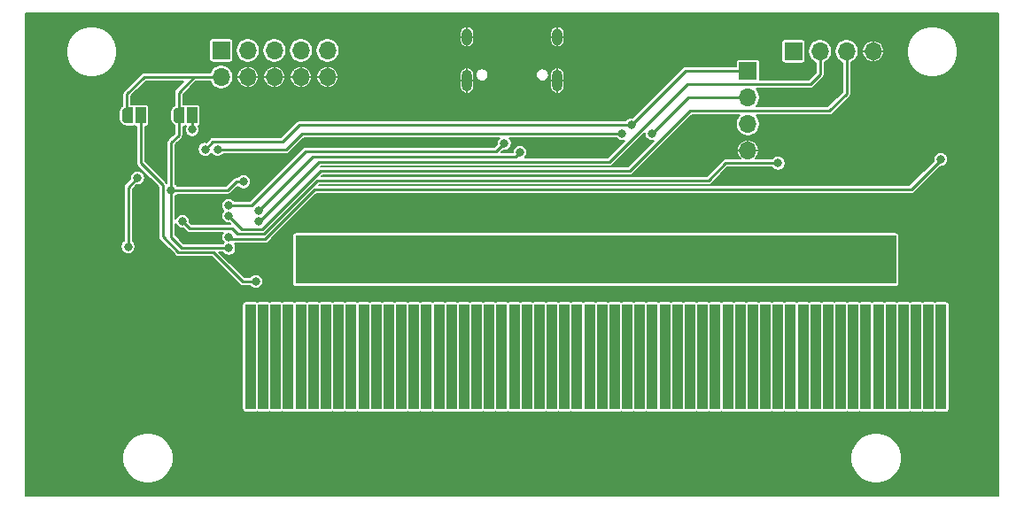
<source format=gbl>
G04 #@! TF.GenerationSoftware,KiCad,Pcbnew,(5.1.12)-1*
G04 #@! TF.CreationDate,2024-06-07T21:14:04+03:00*
G04 #@! TF.ProjectId,CaliperPCB,43616c69-7065-4725-9043-422e6b696361,rev?*
G04 #@! TF.SameCoordinates,Original*
G04 #@! TF.FileFunction,Copper,L2,Bot*
G04 #@! TF.FilePolarity,Positive*
%FSLAX46Y46*%
G04 Gerber Fmt 4.6, Leading zero omitted, Abs format (unit mm)*
G04 Created by KiCad (PCBNEW (5.1.12)-1) date 2024-06-07 21:14:04*
%MOMM*%
%LPD*%
G01*
G04 APERTURE LIST*
G04 #@! TA.AperFunction,ComponentPad*
%ADD10O,1.700000X1.700000*%
G04 #@! TD*
G04 #@! TA.AperFunction,ComponentPad*
%ADD11R,1.700000X1.700000*%
G04 #@! TD*
G04 #@! TA.AperFunction,ComponentPad*
%ADD12C,0.500000*%
G04 #@! TD*
G04 #@! TA.AperFunction,SMDPad,CuDef*
%ADD13R,1.000000X10.000000*%
G04 #@! TD*
G04 #@! TA.AperFunction,SMDPad,CuDef*
%ADD14R,57.400000X4.600000*%
G04 #@! TD*
G04 #@! TA.AperFunction,SMDPad,CuDef*
%ADD15R,1.000000X1.500000*%
G04 #@! TD*
G04 #@! TA.AperFunction,SMDPad,CuDef*
%ADD16C,0.100000*%
G04 #@! TD*
G04 #@! TA.AperFunction,ComponentPad*
%ADD17O,1.000000X1.600000*%
G04 #@! TD*
G04 #@! TA.AperFunction,ComponentPad*
%ADD18O,1.000000X2.100000*%
G04 #@! TD*
G04 #@! TA.AperFunction,ViaPad*
%ADD19C,0.800000*%
G04 #@! TD*
G04 #@! TA.AperFunction,Conductor*
%ADD20C,0.250000*%
G04 #@! TD*
G04 #@! TA.AperFunction,Conductor*
%ADD21C,0.200000*%
G04 #@! TD*
G04 #@! TA.AperFunction,Conductor*
%ADD22C,0.100000*%
G04 #@! TD*
G04 APERTURE END LIST*
D10*
X139192000Y-89408000D03*
X139192000Y-86868000D03*
X136652000Y-89408000D03*
X136652000Y-86868000D03*
X134112000Y-89408000D03*
X134112000Y-86868000D03*
X131572000Y-89408000D03*
X131572000Y-86868000D03*
X129032000Y-89408000D03*
D11*
X129032000Y-86868000D03*
D12*
X197850000Y-120720000D03*
X196650000Y-119420000D03*
X195450000Y-118120000D03*
X194250000Y-116820000D03*
X193050000Y-120070000D03*
X191850000Y-118770000D03*
X190650000Y-117470000D03*
X189450000Y-116170000D03*
D13*
X197850000Y-116170000D03*
X196650000Y-116170000D03*
X195450000Y-116170000D03*
X194250000Y-116170000D03*
X191850000Y-116170000D03*
X193050000Y-116170000D03*
X190650000Y-116170000D03*
X189450000Y-116170000D03*
D14*
X164850000Y-106870000D03*
D12*
X188250000Y-120720000D03*
X178650000Y-120720000D03*
X169050000Y-120720000D03*
X159450000Y-120720000D03*
X149850000Y-120720000D03*
X140250000Y-120720000D03*
X184650000Y-116820000D03*
X175050000Y-116820000D03*
X165450000Y-116820000D03*
X155850000Y-116820000D03*
X146250000Y-116820000D03*
X136630000Y-116820000D03*
X181050000Y-117470000D03*
X171450000Y-117470000D03*
X161850000Y-117470000D03*
X152250000Y-117470000D03*
X142650000Y-117470000D03*
X133060000Y-117470000D03*
D13*
X188250000Y-116170000D03*
X178650000Y-116170000D03*
X169050000Y-116170000D03*
X159450000Y-116170000D03*
X149850000Y-116170000D03*
X140250000Y-116170000D03*
D12*
X187050000Y-119420000D03*
X177450000Y-119420000D03*
X167850000Y-119420000D03*
X158250000Y-119420000D03*
X148650000Y-119420000D03*
X138950000Y-119420000D03*
X185850000Y-118120000D03*
X176250000Y-118120000D03*
X166650000Y-118120000D03*
X157050000Y-118120000D03*
X147450000Y-118120000D03*
X137740000Y-118120000D03*
X183450000Y-120070000D03*
X173850000Y-120070000D03*
X164250000Y-120070000D03*
X154650000Y-120070000D03*
X145050000Y-120070000D03*
X135400000Y-120070000D03*
X182250000Y-118770000D03*
X172650000Y-118770000D03*
X163050000Y-118770000D03*
X153450000Y-118770000D03*
X143850000Y-118770000D03*
X134270000Y-118770000D03*
X179850000Y-116170000D03*
X170250000Y-116170000D03*
X160650000Y-116170000D03*
X151050000Y-116170000D03*
X141450000Y-116170000D03*
X131850000Y-116170000D03*
D13*
X184650000Y-116170000D03*
X175050000Y-116170000D03*
X165450000Y-116170000D03*
X155850000Y-116170000D03*
X146250000Y-116170000D03*
X136650000Y-116170000D03*
X181050000Y-116170000D03*
X171450000Y-116170000D03*
X161850000Y-116170000D03*
X152250000Y-116170000D03*
X142650000Y-116170000D03*
X133050000Y-116170000D03*
X179850000Y-116170000D03*
X170250000Y-116170000D03*
X160650000Y-116170000D03*
X151050000Y-116170000D03*
X141450000Y-116170000D03*
X131850000Y-116170000D03*
X187050000Y-116170000D03*
X177450000Y-116170000D03*
X167850000Y-116170000D03*
X158250000Y-116170000D03*
X148650000Y-116170000D03*
X139050000Y-116170000D03*
X185850000Y-116170000D03*
X176250000Y-116170000D03*
X166650000Y-116170000D03*
X157050000Y-116170000D03*
X147450000Y-116170000D03*
X137850000Y-116170000D03*
X182250000Y-116170000D03*
X172650000Y-116170000D03*
X163050000Y-116170000D03*
X153450000Y-116170000D03*
X143850000Y-116170000D03*
X134250000Y-116170000D03*
X183450000Y-116170000D03*
X173850000Y-116170000D03*
X164250000Y-116170000D03*
X154650000Y-116170000D03*
X145050000Y-116170000D03*
X135450000Y-116170000D03*
D12*
X136400000Y-104820000D03*
D10*
X179380000Y-96450000D03*
X179380000Y-93910000D03*
X179380000Y-91370000D03*
D11*
X179380000Y-88830000D03*
D15*
X121340000Y-93070000D03*
G04 #@! TA.AperFunction,SMDPad,CuDef*
D16*
G36*
X122640000Y-92320602D02*
G01*
X122664534Y-92320602D01*
X122713365Y-92325412D01*
X122761490Y-92334984D01*
X122808445Y-92349228D01*
X122853778Y-92368005D01*
X122897051Y-92391136D01*
X122937850Y-92418396D01*
X122975779Y-92449524D01*
X123010476Y-92484221D01*
X123041604Y-92522150D01*
X123068864Y-92562949D01*
X123091995Y-92606222D01*
X123110772Y-92651555D01*
X123125016Y-92698510D01*
X123134588Y-92746635D01*
X123139398Y-92795466D01*
X123139398Y-92820000D01*
X123140000Y-92820000D01*
X123140000Y-93320000D01*
X123139398Y-93320000D01*
X123139398Y-93344534D01*
X123134588Y-93393365D01*
X123125016Y-93441490D01*
X123110772Y-93488445D01*
X123091995Y-93533778D01*
X123068864Y-93577051D01*
X123041604Y-93617850D01*
X123010476Y-93655779D01*
X122975779Y-93690476D01*
X122937850Y-93721604D01*
X122897051Y-93748864D01*
X122853778Y-93771995D01*
X122808445Y-93790772D01*
X122761490Y-93805016D01*
X122713365Y-93814588D01*
X122664534Y-93819398D01*
X122640000Y-93819398D01*
X122640000Y-93820000D01*
X122090000Y-93820000D01*
X122090000Y-92320000D01*
X122640000Y-92320000D01*
X122640000Y-92320602D01*
G37*
G04 #@! TD.AperFunction*
G04 #@! TA.AperFunction,SMDPad,CuDef*
G36*
X120590000Y-93820000D02*
G01*
X120040000Y-93820000D01*
X120040000Y-93819398D01*
X120015466Y-93819398D01*
X119966635Y-93814588D01*
X119918510Y-93805016D01*
X119871555Y-93790772D01*
X119826222Y-93771995D01*
X119782949Y-93748864D01*
X119742150Y-93721604D01*
X119704221Y-93690476D01*
X119669524Y-93655779D01*
X119638396Y-93617850D01*
X119611136Y-93577051D01*
X119588005Y-93533778D01*
X119569228Y-93488445D01*
X119554984Y-93441490D01*
X119545412Y-93393365D01*
X119540602Y-93344534D01*
X119540602Y-93320000D01*
X119540000Y-93320000D01*
X119540000Y-92820000D01*
X119540602Y-92820000D01*
X119540602Y-92795466D01*
X119545412Y-92746635D01*
X119554984Y-92698510D01*
X119569228Y-92651555D01*
X119588005Y-92606222D01*
X119611136Y-92562949D01*
X119638396Y-92522150D01*
X119669524Y-92484221D01*
X119704221Y-92449524D01*
X119742150Y-92418396D01*
X119782949Y-92391136D01*
X119826222Y-92368005D01*
X119871555Y-92349228D01*
X119918510Y-92334984D01*
X119966635Y-92325412D01*
X120015466Y-92320602D01*
X120040000Y-92320602D01*
X120040000Y-92320000D01*
X120590000Y-92320000D01*
X120590000Y-93820000D01*
G37*
G04 #@! TD.AperFunction*
D15*
X126256000Y-93070000D03*
G04 #@! TA.AperFunction,SMDPad,CuDef*
D16*
G36*
X127556000Y-92320602D02*
G01*
X127580534Y-92320602D01*
X127629365Y-92325412D01*
X127677490Y-92334984D01*
X127724445Y-92349228D01*
X127769778Y-92368005D01*
X127813051Y-92391136D01*
X127853850Y-92418396D01*
X127891779Y-92449524D01*
X127926476Y-92484221D01*
X127957604Y-92522150D01*
X127984864Y-92562949D01*
X128007995Y-92606222D01*
X128026772Y-92651555D01*
X128041016Y-92698510D01*
X128050588Y-92746635D01*
X128055398Y-92795466D01*
X128055398Y-92820000D01*
X128056000Y-92820000D01*
X128056000Y-93320000D01*
X128055398Y-93320000D01*
X128055398Y-93344534D01*
X128050588Y-93393365D01*
X128041016Y-93441490D01*
X128026772Y-93488445D01*
X128007995Y-93533778D01*
X127984864Y-93577051D01*
X127957604Y-93617850D01*
X127926476Y-93655779D01*
X127891779Y-93690476D01*
X127853850Y-93721604D01*
X127813051Y-93748864D01*
X127769778Y-93771995D01*
X127724445Y-93790772D01*
X127677490Y-93805016D01*
X127629365Y-93814588D01*
X127580534Y-93819398D01*
X127556000Y-93819398D01*
X127556000Y-93820000D01*
X127006000Y-93820000D01*
X127006000Y-92320000D01*
X127556000Y-92320000D01*
X127556000Y-92320602D01*
G37*
G04 #@! TD.AperFunction*
G04 #@! TA.AperFunction,SMDPad,CuDef*
G36*
X125506000Y-93820000D02*
G01*
X124956000Y-93820000D01*
X124956000Y-93819398D01*
X124931466Y-93819398D01*
X124882635Y-93814588D01*
X124834510Y-93805016D01*
X124787555Y-93790772D01*
X124742222Y-93771995D01*
X124698949Y-93748864D01*
X124658150Y-93721604D01*
X124620221Y-93690476D01*
X124585524Y-93655779D01*
X124554396Y-93617850D01*
X124527136Y-93577051D01*
X124504005Y-93533778D01*
X124485228Y-93488445D01*
X124470984Y-93441490D01*
X124461412Y-93393365D01*
X124456602Y-93344534D01*
X124456602Y-93320000D01*
X124456000Y-93320000D01*
X124456000Y-92820000D01*
X124456602Y-92820000D01*
X124456602Y-92795466D01*
X124461412Y-92746635D01*
X124470984Y-92698510D01*
X124485228Y-92651555D01*
X124504005Y-92606222D01*
X124527136Y-92562949D01*
X124554396Y-92522150D01*
X124585524Y-92484221D01*
X124620221Y-92449524D01*
X124658150Y-92418396D01*
X124698949Y-92391136D01*
X124742222Y-92368005D01*
X124787555Y-92349228D01*
X124834510Y-92334984D01*
X124882635Y-92325412D01*
X124931466Y-92320602D01*
X124956000Y-92320602D01*
X124956000Y-92320000D01*
X125506000Y-92320000D01*
X125506000Y-93820000D01*
G37*
G04 #@! TD.AperFunction*
D11*
X183720000Y-86950000D03*
D10*
X186260000Y-86950000D03*
X188800000Y-86950000D03*
X191340000Y-86950000D03*
D17*
X152528000Y-85564000D03*
X161168000Y-85564000D03*
D18*
X161168000Y-89744000D03*
X152528000Y-89744000D03*
D19*
X113856000Y-109860000D03*
X115556000Y-109880000D03*
X171010000Y-97850000D03*
X174050000Y-97910000D03*
X177500000Y-99040000D03*
X133930000Y-107122500D03*
X128750000Y-108480000D03*
X123100000Y-91070000D03*
X127100000Y-91070000D03*
X126180000Y-104800000D03*
X127920000Y-104750000D03*
X158145000Y-102920000D03*
X164860000Y-102920000D03*
X124230000Y-87740000D03*
X111010000Y-128830000D03*
X113550000Y-128830000D03*
X116090000Y-128830000D03*
X118630000Y-128830000D03*
X121170000Y-128830000D03*
X123710000Y-128830000D03*
X126250000Y-128830000D03*
X128790000Y-128830000D03*
X131330000Y-128830000D03*
X133870000Y-128830000D03*
X136410000Y-128830000D03*
X138950000Y-128830000D03*
X141490000Y-128830000D03*
X144030000Y-128830000D03*
X146570000Y-128830000D03*
X149110000Y-128830000D03*
X151650000Y-128830000D03*
X154190000Y-128830000D03*
X156730000Y-128830000D03*
X159270000Y-128830000D03*
X161810000Y-128830000D03*
X164350000Y-128830000D03*
X166890000Y-128830000D03*
X169430000Y-128830000D03*
X171970000Y-128830000D03*
X174510000Y-128830000D03*
X177050000Y-128830000D03*
X179590000Y-128830000D03*
X182130000Y-128830000D03*
X184670000Y-128830000D03*
X187210000Y-128830000D03*
X189750000Y-128830000D03*
X192290000Y-128830000D03*
X194830000Y-128830000D03*
X197370000Y-128830000D03*
X199910000Y-128830000D03*
X202450000Y-128830000D03*
X130640000Y-97340000D03*
X132970000Y-97330000D03*
X139880000Y-103660000D03*
X119070000Y-108240000D03*
X118420000Y-100180000D03*
X128778000Y-102210000D03*
X125336000Y-102108000D03*
X129690000Y-111660000D03*
X147190000Y-90920000D03*
X145560000Y-89480000D03*
X169670000Y-85170000D03*
X166110000Y-89830000D03*
X191660000Y-92870000D03*
X191660000Y-102080000D03*
X199660000Y-100780000D03*
X181650000Y-98830000D03*
X202450000Y-126290000D03*
X202450000Y-123750000D03*
X202450000Y-121210000D03*
X202450000Y-118670000D03*
X202450000Y-116130000D03*
X202450000Y-113590000D03*
X202450000Y-111050000D03*
X202450000Y-108510000D03*
X202450000Y-105970000D03*
X202450000Y-103430000D03*
X202450000Y-100890000D03*
X202450000Y-98350000D03*
X202450000Y-95810000D03*
X202450000Y-93270000D03*
X202450000Y-90730000D03*
X202450000Y-88190000D03*
X202450000Y-85650000D03*
X111010000Y-126290000D03*
X111010000Y-123750000D03*
X111010000Y-121210000D03*
X111010000Y-118670000D03*
X111010000Y-116130000D03*
X111010000Y-113590000D03*
X111010000Y-111050000D03*
X111010000Y-108510000D03*
X111010000Y-105970000D03*
X111010000Y-103430000D03*
X111010000Y-100890000D03*
X110998000Y-98552000D03*
X112522000Y-94785000D03*
X111010000Y-93270000D03*
X111010000Y-90730000D03*
X111010000Y-88190000D03*
X111010000Y-85650000D03*
X144100000Y-103632000D03*
X117094000Y-94785000D03*
X121510000Y-103460000D03*
X117310000Y-103810000D03*
X129000000Y-97290000D03*
X127490000Y-95160000D03*
X171958000Y-86106000D03*
X173736000Y-86106000D03*
X177800000Y-86106000D03*
X181356000Y-86106000D03*
X182118000Y-93980000D03*
X182118000Y-91694000D03*
X175924999Y-95112499D03*
X168656000Y-96520000D03*
X161798000Y-96266000D03*
X165354000Y-96266000D03*
X169672000Y-90424000D03*
X159004000Y-95758000D03*
X163830000Y-92710000D03*
X149606000Y-102362000D03*
X123190000Y-95504000D03*
X138430000Y-95758000D03*
X140208000Y-95758000D03*
X149606000Y-95670000D03*
X151384000Y-95670000D03*
X147828000Y-95670000D03*
X138450000Y-101000000D03*
X134470000Y-97290000D03*
X139370000Y-93080000D03*
X142460000Y-93080000D03*
X145550000Y-93080000D03*
X128700000Y-94360000D03*
X122390000Y-96900000D03*
X119840000Y-97150000D03*
X152570000Y-101210000D03*
X172700000Y-101400000D03*
X172780000Y-96460000D03*
X164110000Y-88930000D03*
X164000000Y-86150000D03*
X151120000Y-91580000D03*
X150820000Y-87540000D03*
X142260000Y-85330000D03*
X132440000Y-91910000D03*
X136750000Y-91580000D03*
X114730000Y-96270000D03*
X179050000Y-103120000D03*
X188540000Y-97200000D03*
X193290000Y-96930000D03*
X192660000Y-89070000D03*
X187480000Y-84470000D03*
X172900000Y-87460000D03*
X165830000Y-92800000D03*
X161320000Y-92570000D03*
X196190000Y-107710000D03*
X199730000Y-105710000D03*
X195470000Y-102020000D03*
X183230000Y-101530000D03*
X184740000Y-98910000D03*
X186560000Y-96060000D03*
X194420000Y-89430000D03*
X195620000Y-93210000D03*
X131168500Y-99430000D03*
X120130000Y-105640000D03*
X124256000Y-100210000D03*
X129756000Y-105774000D03*
X121051000Y-99059000D03*
X125336000Y-103210000D03*
X182260000Y-97652499D03*
X157598000Y-96610000D03*
X132620000Y-102210000D03*
X129756000Y-101710000D03*
X156098000Y-95750000D03*
X129756000Y-102710000D03*
X132620000Y-103210000D03*
X128680000Y-96330000D03*
X167350000Y-94820000D03*
X170190000Y-94820000D03*
X127510000Y-96330000D03*
X168230000Y-94010000D03*
X129756000Y-104710000D03*
X197818333Y-97291667D03*
X126256000Y-94444000D03*
X132334000Y-108966000D03*
D20*
X124256000Y-100210000D02*
X124256000Y-95694000D01*
X124956000Y-94994000D02*
X124956000Y-93070000D01*
X124256000Y-95694000D02*
X124956000Y-94994000D01*
X124956000Y-90894000D02*
X124956000Y-93070000D01*
X126442000Y-89408000D02*
X124956000Y-90894000D01*
X130460000Y-99430000D02*
X131168500Y-99430000D01*
X129680000Y-100210000D02*
X130460000Y-99430000D01*
X124256000Y-100210000D02*
X129680000Y-100210000D01*
X120040000Y-93070000D02*
X120040000Y-91050000D01*
X120040000Y-91050000D02*
X121682000Y-89408000D01*
X121682000Y-89408000D02*
X127232000Y-89408000D01*
X127232000Y-89408000D02*
X126442000Y-89408000D01*
X129032000Y-89408000D02*
X127232000Y-89408000D01*
X120130000Y-99980000D02*
X121051000Y-99059000D01*
X120130000Y-105640000D02*
X120130000Y-99980000D01*
X125279989Y-105719989D02*
X129701989Y-105719989D01*
X124256000Y-100210000D02*
X124256000Y-104696000D01*
X124256000Y-104696000D02*
X125279989Y-105719989D01*
X129701989Y-105719989D02*
X129756000Y-105774000D01*
X181727501Y-97652499D02*
X182260000Y-97652499D01*
X181727501Y-97652499D02*
X181877499Y-97652499D01*
X125336000Y-103210000D02*
X126001001Y-103875001D01*
X133128578Y-104385011D02*
X138233589Y-99280000D01*
X175630000Y-99280000D02*
X177257501Y-97652499D01*
X138233589Y-99280000D02*
X175630000Y-99280000D01*
X130565011Y-104385011D02*
X133128578Y-104385011D01*
X126001001Y-103875001D02*
X130055001Y-103875001D01*
X177257501Y-97652499D02*
X181727501Y-97652499D01*
X130055001Y-103875001D02*
X130565011Y-104385011D01*
X157162000Y-97028000D02*
X157580000Y-96610000D01*
X157580000Y-96610000D02*
X157620000Y-96610000D01*
X137802000Y-97028000D02*
X157162000Y-97028000D01*
X132620000Y-102210000D02*
X137802000Y-97028000D01*
X129660000Y-101710000D02*
X131130000Y-101710000D01*
X156060000Y-95750000D02*
X156100000Y-95750000D01*
X155290000Y-96520000D02*
X156060000Y-95750000D01*
X137120000Y-96520000D02*
X155290000Y-96520000D01*
X131930000Y-101710000D02*
X137120000Y-96520000D01*
X129756000Y-101710000D02*
X131930000Y-101710000D01*
X188800000Y-91010000D02*
X188800000Y-89900000D01*
X173840001Y-92639999D02*
X187170001Y-92639999D01*
X168110000Y-98370000D02*
X173840001Y-92639999D01*
X187170001Y-92639999D02*
X188800000Y-91010000D01*
X138507178Y-98370000D02*
X168110000Y-98370000D01*
X188800000Y-89900000D02*
X188800000Y-86950000D01*
X132942178Y-103935000D02*
X138507178Y-98370000D01*
X130981000Y-103935000D02*
X132942178Y-103935000D01*
X129756000Y-102710000D02*
X130981000Y-103935000D01*
X180940001Y-90099999D02*
X185340001Y-90099999D01*
X181102000Y-90099999D02*
X180940001Y-90099999D01*
X186260000Y-89180000D02*
X186260000Y-86950000D01*
X185340001Y-90099999D02*
X186260000Y-89180000D01*
X173560001Y-90099999D02*
X174699999Y-90099999D01*
X166150000Y-97510000D02*
X173560001Y-90099999D01*
X138360000Y-97510000D02*
X166150000Y-97510000D01*
X132660000Y-103210000D02*
X138360000Y-97510000D01*
X174699999Y-90099999D02*
X180940001Y-90099999D01*
X132620000Y-103210000D02*
X132660000Y-103210000D01*
X128680000Y-96330000D02*
X135260000Y-96330000D01*
X135260000Y-96330000D02*
X136770000Y-94820000D01*
X136770000Y-94820000D02*
X167350000Y-94820000D01*
X173640000Y-91370000D02*
X170190000Y-94820000D01*
X179380000Y-91370000D02*
X173640000Y-91370000D01*
X128235001Y-95604999D02*
X131285001Y-95604999D01*
X127510000Y-96330000D02*
X128235001Y-95604999D01*
X131285001Y-95604999D02*
X134915001Y-95604999D01*
X136510000Y-94010000D02*
X168230000Y-94010000D01*
X134915001Y-95604999D02*
X136510000Y-94010000D01*
X168230000Y-94010000D02*
X168230000Y-94010000D01*
X173410000Y-88830000D02*
X168230000Y-94010000D01*
X179380000Y-88830000D02*
X173410000Y-88830000D01*
X197830000Y-97340000D02*
X197830000Y-97310000D01*
X195480000Y-99690000D02*
X196115000Y-99055000D01*
X196115000Y-99055000D02*
X197830000Y-97340000D01*
X133220000Y-104930000D02*
X137957501Y-100192499D01*
X194977501Y-100192499D02*
X196115000Y-99055000D01*
X137957501Y-100192499D02*
X194977501Y-100192499D01*
X129976000Y-104930000D02*
X133220000Y-104930000D01*
X129756000Y-104710000D02*
X129976000Y-104930000D01*
X126256000Y-94444000D02*
X126256000Y-93070000D01*
X121340000Y-97642000D02*
X121340000Y-93070000D01*
X123444000Y-99746000D02*
X121340000Y-97642000D01*
X123444000Y-104674000D02*
X123444000Y-99746000D01*
X124940000Y-106170000D02*
X123444000Y-104674000D01*
X128268000Y-106170000D02*
X124940000Y-106170000D01*
X131064000Y-108966000D02*
X128268000Y-106170000D01*
X132334000Y-108966000D02*
X131064000Y-108966000D01*
D21*
X203345000Y-129469000D02*
X110325000Y-129469000D01*
X110325000Y-125616348D01*
X119601773Y-125616348D01*
X119601773Y-126095652D01*
X119695281Y-126565746D01*
X119878703Y-127008565D01*
X120144989Y-127407092D01*
X120483908Y-127746011D01*
X120882435Y-128012297D01*
X121325254Y-128195719D01*
X121795348Y-128289227D01*
X122274652Y-128289227D01*
X122744746Y-128195719D01*
X123187565Y-128012297D01*
X123586092Y-127746011D01*
X123925011Y-127407092D01*
X124191297Y-127008565D01*
X124374719Y-126565746D01*
X124468227Y-126095652D01*
X124468227Y-125616348D01*
X189201773Y-125616348D01*
X189201773Y-126095652D01*
X189295281Y-126565746D01*
X189478703Y-127008565D01*
X189744989Y-127407092D01*
X190083908Y-127746011D01*
X190482435Y-128012297D01*
X190925254Y-128195719D01*
X191395348Y-128289227D01*
X191874652Y-128289227D01*
X192344746Y-128195719D01*
X192787565Y-128012297D01*
X193186092Y-127746011D01*
X193525011Y-127407092D01*
X193791297Y-127008565D01*
X193974719Y-126565746D01*
X194068227Y-126095652D01*
X194068227Y-125616348D01*
X193974719Y-125146254D01*
X193791297Y-124703435D01*
X193525011Y-124304908D01*
X193186092Y-123965989D01*
X192787565Y-123699703D01*
X192344746Y-123516281D01*
X191874652Y-123422773D01*
X191395348Y-123422773D01*
X190925254Y-123516281D01*
X190482435Y-123699703D01*
X190083908Y-123965989D01*
X189744989Y-124304908D01*
X189478703Y-124703435D01*
X189295281Y-125146254D01*
X189201773Y-125616348D01*
X124468227Y-125616348D01*
X124374719Y-125146254D01*
X124191297Y-124703435D01*
X123925011Y-124304908D01*
X123586092Y-123965989D01*
X123187565Y-123699703D01*
X122744746Y-123516281D01*
X122274652Y-123422773D01*
X121795348Y-123422773D01*
X121325254Y-123516281D01*
X120882435Y-123699703D01*
X120483908Y-123965989D01*
X120144989Y-124304908D01*
X119878703Y-124703435D01*
X119695281Y-125146254D01*
X119601773Y-125616348D01*
X110325000Y-125616348D01*
X110325000Y-111170000D01*
X131048549Y-111170000D01*
X131048549Y-121170000D01*
X131054341Y-121228810D01*
X131071496Y-121285360D01*
X131099353Y-121337477D01*
X131136842Y-121383158D01*
X131182523Y-121420647D01*
X131234640Y-121448504D01*
X131291190Y-121465659D01*
X131350000Y-121471451D01*
X132350000Y-121471451D01*
X132408810Y-121465659D01*
X132450000Y-121453164D01*
X132491190Y-121465659D01*
X132550000Y-121471451D01*
X133550000Y-121471451D01*
X133608810Y-121465659D01*
X133650000Y-121453164D01*
X133691190Y-121465659D01*
X133750000Y-121471451D01*
X134750000Y-121471451D01*
X134808810Y-121465659D01*
X134850000Y-121453164D01*
X134891190Y-121465659D01*
X134950000Y-121471451D01*
X135950000Y-121471451D01*
X136008810Y-121465659D01*
X136050000Y-121453164D01*
X136091190Y-121465659D01*
X136150000Y-121471451D01*
X137150000Y-121471451D01*
X137208810Y-121465659D01*
X137250000Y-121453164D01*
X137291190Y-121465659D01*
X137350000Y-121471451D01*
X138350000Y-121471451D01*
X138408810Y-121465659D01*
X138450000Y-121453164D01*
X138491190Y-121465659D01*
X138550000Y-121471451D01*
X139550000Y-121471451D01*
X139608810Y-121465659D01*
X139650000Y-121453164D01*
X139691190Y-121465659D01*
X139750000Y-121471451D01*
X140750000Y-121471451D01*
X140808810Y-121465659D01*
X140850000Y-121453164D01*
X140891190Y-121465659D01*
X140950000Y-121471451D01*
X141950000Y-121471451D01*
X142008810Y-121465659D01*
X142050000Y-121453164D01*
X142091190Y-121465659D01*
X142150000Y-121471451D01*
X143150000Y-121471451D01*
X143208810Y-121465659D01*
X143250000Y-121453164D01*
X143291190Y-121465659D01*
X143350000Y-121471451D01*
X144350000Y-121471451D01*
X144408810Y-121465659D01*
X144450000Y-121453164D01*
X144491190Y-121465659D01*
X144550000Y-121471451D01*
X145550000Y-121471451D01*
X145608810Y-121465659D01*
X145650000Y-121453164D01*
X145691190Y-121465659D01*
X145750000Y-121471451D01*
X146750000Y-121471451D01*
X146808810Y-121465659D01*
X146850000Y-121453164D01*
X146891190Y-121465659D01*
X146950000Y-121471451D01*
X147950000Y-121471451D01*
X148008810Y-121465659D01*
X148050000Y-121453164D01*
X148091190Y-121465659D01*
X148150000Y-121471451D01*
X149150000Y-121471451D01*
X149208810Y-121465659D01*
X149250000Y-121453164D01*
X149291190Y-121465659D01*
X149350000Y-121471451D01*
X150350000Y-121471451D01*
X150408810Y-121465659D01*
X150450000Y-121453164D01*
X150491190Y-121465659D01*
X150550000Y-121471451D01*
X151550000Y-121471451D01*
X151608810Y-121465659D01*
X151650000Y-121453164D01*
X151691190Y-121465659D01*
X151750000Y-121471451D01*
X152750000Y-121471451D01*
X152808810Y-121465659D01*
X152850000Y-121453164D01*
X152891190Y-121465659D01*
X152950000Y-121471451D01*
X153950000Y-121471451D01*
X154008810Y-121465659D01*
X154050000Y-121453164D01*
X154091190Y-121465659D01*
X154150000Y-121471451D01*
X155150000Y-121471451D01*
X155208810Y-121465659D01*
X155250000Y-121453164D01*
X155291190Y-121465659D01*
X155350000Y-121471451D01*
X156350000Y-121471451D01*
X156408810Y-121465659D01*
X156450000Y-121453164D01*
X156491190Y-121465659D01*
X156550000Y-121471451D01*
X157550000Y-121471451D01*
X157608810Y-121465659D01*
X157650000Y-121453164D01*
X157691190Y-121465659D01*
X157750000Y-121471451D01*
X158750000Y-121471451D01*
X158808810Y-121465659D01*
X158850000Y-121453164D01*
X158891190Y-121465659D01*
X158950000Y-121471451D01*
X159950000Y-121471451D01*
X160008810Y-121465659D01*
X160050000Y-121453164D01*
X160091190Y-121465659D01*
X160150000Y-121471451D01*
X161150000Y-121471451D01*
X161208810Y-121465659D01*
X161250000Y-121453164D01*
X161291190Y-121465659D01*
X161350000Y-121471451D01*
X162350000Y-121471451D01*
X162408810Y-121465659D01*
X162450000Y-121453164D01*
X162491190Y-121465659D01*
X162550000Y-121471451D01*
X163550000Y-121471451D01*
X163608810Y-121465659D01*
X163650000Y-121453164D01*
X163691190Y-121465659D01*
X163750000Y-121471451D01*
X164750000Y-121471451D01*
X164808810Y-121465659D01*
X164850000Y-121453164D01*
X164891190Y-121465659D01*
X164950000Y-121471451D01*
X165950000Y-121471451D01*
X166008810Y-121465659D01*
X166050000Y-121453164D01*
X166091190Y-121465659D01*
X166150000Y-121471451D01*
X167150000Y-121471451D01*
X167208810Y-121465659D01*
X167250000Y-121453164D01*
X167291190Y-121465659D01*
X167350000Y-121471451D01*
X168350000Y-121471451D01*
X168408810Y-121465659D01*
X168450000Y-121453164D01*
X168491190Y-121465659D01*
X168550000Y-121471451D01*
X169550000Y-121471451D01*
X169608810Y-121465659D01*
X169650000Y-121453164D01*
X169691190Y-121465659D01*
X169750000Y-121471451D01*
X170750000Y-121471451D01*
X170808810Y-121465659D01*
X170850000Y-121453164D01*
X170891190Y-121465659D01*
X170950000Y-121471451D01*
X171950000Y-121471451D01*
X172008810Y-121465659D01*
X172050000Y-121453164D01*
X172091190Y-121465659D01*
X172150000Y-121471451D01*
X173150000Y-121471451D01*
X173208810Y-121465659D01*
X173250000Y-121453164D01*
X173291190Y-121465659D01*
X173350000Y-121471451D01*
X174350000Y-121471451D01*
X174408810Y-121465659D01*
X174450000Y-121453164D01*
X174491190Y-121465659D01*
X174550000Y-121471451D01*
X175550000Y-121471451D01*
X175608810Y-121465659D01*
X175650000Y-121453164D01*
X175691190Y-121465659D01*
X175750000Y-121471451D01*
X176750000Y-121471451D01*
X176808810Y-121465659D01*
X176850000Y-121453164D01*
X176891190Y-121465659D01*
X176950000Y-121471451D01*
X177950000Y-121471451D01*
X178008810Y-121465659D01*
X178050000Y-121453164D01*
X178091190Y-121465659D01*
X178150000Y-121471451D01*
X179150000Y-121471451D01*
X179208810Y-121465659D01*
X179250000Y-121453164D01*
X179291190Y-121465659D01*
X179350000Y-121471451D01*
X180350000Y-121471451D01*
X180408810Y-121465659D01*
X180450000Y-121453164D01*
X180491190Y-121465659D01*
X180550000Y-121471451D01*
X181550000Y-121471451D01*
X181608810Y-121465659D01*
X181650000Y-121453164D01*
X181691190Y-121465659D01*
X181750000Y-121471451D01*
X182750000Y-121471451D01*
X182808810Y-121465659D01*
X182850000Y-121453164D01*
X182891190Y-121465659D01*
X182950000Y-121471451D01*
X183950000Y-121471451D01*
X184008810Y-121465659D01*
X184050000Y-121453164D01*
X184091190Y-121465659D01*
X184150000Y-121471451D01*
X185150000Y-121471451D01*
X185208810Y-121465659D01*
X185250000Y-121453164D01*
X185291190Y-121465659D01*
X185350000Y-121471451D01*
X186350000Y-121471451D01*
X186408810Y-121465659D01*
X186450000Y-121453164D01*
X186491190Y-121465659D01*
X186550000Y-121471451D01*
X187550000Y-121471451D01*
X187608810Y-121465659D01*
X187650000Y-121453164D01*
X187691190Y-121465659D01*
X187750000Y-121471451D01*
X188750000Y-121471451D01*
X188808810Y-121465659D01*
X188850000Y-121453164D01*
X188891190Y-121465659D01*
X188950000Y-121471451D01*
X189950000Y-121471451D01*
X190008810Y-121465659D01*
X190050000Y-121453164D01*
X190091190Y-121465659D01*
X190150000Y-121471451D01*
X191150000Y-121471451D01*
X191208810Y-121465659D01*
X191250000Y-121453164D01*
X191291190Y-121465659D01*
X191350000Y-121471451D01*
X192350000Y-121471451D01*
X192408810Y-121465659D01*
X192450000Y-121453164D01*
X192491190Y-121465659D01*
X192550000Y-121471451D01*
X193550000Y-121471451D01*
X193608810Y-121465659D01*
X193650000Y-121453164D01*
X193691190Y-121465659D01*
X193750000Y-121471451D01*
X194750000Y-121471451D01*
X194808810Y-121465659D01*
X194850000Y-121453164D01*
X194891190Y-121465659D01*
X194950000Y-121471451D01*
X195950000Y-121471451D01*
X196008810Y-121465659D01*
X196050000Y-121453164D01*
X196091190Y-121465659D01*
X196150000Y-121471451D01*
X197150000Y-121471451D01*
X197208810Y-121465659D01*
X197250000Y-121453164D01*
X197291190Y-121465659D01*
X197350000Y-121471451D01*
X198350000Y-121471451D01*
X198408810Y-121465659D01*
X198465360Y-121448504D01*
X198517477Y-121420647D01*
X198563158Y-121383158D01*
X198600647Y-121337477D01*
X198628504Y-121285360D01*
X198645659Y-121228810D01*
X198651451Y-121170000D01*
X198651451Y-111170000D01*
X198645659Y-111111190D01*
X198628504Y-111054640D01*
X198600647Y-111002523D01*
X198563158Y-110956842D01*
X198517477Y-110919353D01*
X198465360Y-110891496D01*
X198408810Y-110874341D01*
X198350000Y-110868549D01*
X197350000Y-110868549D01*
X197291190Y-110874341D01*
X197250000Y-110886836D01*
X197208810Y-110874341D01*
X197150000Y-110868549D01*
X196150000Y-110868549D01*
X196091190Y-110874341D01*
X196050000Y-110886836D01*
X196008810Y-110874341D01*
X195950000Y-110868549D01*
X194950000Y-110868549D01*
X194891190Y-110874341D01*
X194850000Y-110886836D01*
X194808810Y-110874341D01*
X194750000Y-110868549D01*
X193750000Y-110868549D01*
X193691190Y-110874341D01*
X193650000Y-110886836D01*
X193608810Y-110874341D01*
X193550000Y-110868549D01*
X192550000Y-110868549D01*
X192491190Y-110874341D01*
X192450000Y-110886836D01*
X192408810Y-110874341D01*
X192350000Y-110868549D01*
X191350000Y-110868549D01*
X191291190Y-110874341D01*
X191250000Y-110886836D01*
X191208810Y-110874341D01*
X191150000Y-110868549D01*
X190150000Y-110868549D01*
X190091190Y-110874341D01*
X190050000Y-110886836D01*
X190008810Y-110874341D01*
X189950000Y-110868549D01*
X188950000Y-110868549D01*
X188891190Y-110874341D01*
X188850000Y-110886836D01*
X188808810Y-110874341D01*
X188750000Y-110868549D01*
X187750000Y-110868549D01*
X187691190Y-110874341D01*
X187650000Y-110886836D01*
X187608810Y-110874341D01*
X187550000Y-110868549D01*
X186550000Y-110868549D01*
X186491190Y-110874341D01*
X186450000Y-110886836D01*
X186408810Y-110874341D01*
X186350000Y-110868549D01*
X185350000Y-110868549D01*
X185291190Y-110874341D01*
X185250000Y-110886836D01*
X185208810Y-110874341D01*
X185150000Y-110868549D01*
X184150000Y-110868549D01*
X184091190Y-110874341D01*
X184050000Y-110886836D01*
X184008810Y-110874341D01*
X183950000Y-110868549D01*
X182950000Y-110868549D01*
X182891190Y-110874341D01*
X182850000Y-110886836D01*
X182808810Y-110874341D01*
X182750000Y-110868549D01*
X181750000Y-110868549D01*
X181691190Y-110874341D01*
X181650000Y-110886836D01*
X181608810Y-110874341D01*
X181550000Y-110868549D01*
X180550000Y-110868549D01*
X180491190Y-110874341D01*
X180450000Y-110886836D01*
X180408810Y-110874341D01*
X180350000Y-110868549D01*
X179350000Y-110868549D01*
X179291190Y-110874341D01*
X179250000Y-110886836D01*
X179208810Y-110874341D01*
X179150000Y-110868549D01*
X178150000Y-110868549D01*
X178091190Y-110874341D01*
X178050000Y-110886836D01*
X178008810Y-110874341D01*
X177950000Y-110868549D01*
X176950000Y-110868549D01*
X176891190Y-110874341D01*
X176850000Y-110886836D01*
X176808810Y-110874341D01*
X176750000Y-110868549D01*
X175750000Y-110868549D01*
X175691190Y-110874341D01*
X175650000Y-110886836D01*
X175608810Y-110874341D01*
X175550000Y-110868549D01*
X174550000Y-110868549D01*
X174491190Y-110874341D01*
X174450000Y-110886836D01*
X174408810Y-110874341D01*
X174350000Y-110868549D01*
X173350000Y-110868549D01*
X173291190Y-110874341D01*
X173250000Y-110886836D01*
X173208810Y-110874341D01*
X173150000Y-110868549D01*
X172150000Y-110868549D01*
X172091190Y-110874341D01*
X172050000Y-110886836D01*
X172008810Y-110874341D01*
X171950000Y-110868549D01*
X170950000Y-110868549D01*
X170891190Y-110874341D01*
X170850000Y-110886836D01*
X170808810Y-110874341D01*
X170750000Y-110868549D01*
X169750000Y-110868549D01*
X169691190Y-110874341D01*
X169650000Y-110886836D01*
X169608810Y-110874341D01*
X169550000Y-110868549D01*
X168550000Y-110868549D01*
X168491190Y-110874341D01*
X168450000Y-110886836D01*
X168408810Y-110874341D01*
X168350000Y-110868549D01*
X167350000Y-110868549D01*
X167291190Y-110874341D01*
X167250000Y-110886836D01*
X167208810Y-110874341D01*
X167150000Y-110868549D01*
X166150000Y-110868549D01*
X166091190Y-110874341D01*
X166050000Y-110886836D01*
X166008810Y-110874341D01*
X165950000Y-110868549D01*
X164950000Y-110868549D01*
X164891190Y-110874341D01*
X164850000Y-110886836D01*
X164808810Y-110874341D01*
X164750000Y-110868549D01*
X163750000Y-110868549D01*
X163691190Y-110874341D01*
X163650000Y-110886836D01*
X163608810Y-110874341D01*
X163550000Y-110868549D01*
X162550000Y-110868549D01*
X162491190Y-110874341D01*
X162450000Y-110886836D01*
X162408810Y-110874341D01*
X162350000Y-110868549D01*
X161350000Y-110868549D01*
X161291190Y-110874341D01*
X161250000Y-110886836D01*
X161208810Y-110874341D01*
X161150000Y-110868549D01*
X160150000Y-110868549D01*
X160091190Y-110874341D01*
X160050000Y-110886836D01*
X160008810Y-110874341D01*
X159950000Y-110868549D01*
X158950000Y-110868549D01*
X158891190Y-110874341D01*
X158850000Y-110886836D01*
X158808810Y-110874341D01*
X158750000Y-110868549D01*
X157750000Y-110868549D01*
X157691190Y-110874341D01*
X157650000Y-110886836D01*
X157608810Y-110874341D01*
X157550000Y-110868549D01*
X156550000Y-110868549D01*
X156491190Y-110874341D01*
X156450000Y-110886836D01*
X156408810Y-110874341D01*
X156350000Y-110868549D01*
X155350000Y-110868549D01*
X155291190Y-110874341D01*
X155250000Y-110886836D01*
X155208810Y-110874341D01*
X155150000Y-110868549D01*
X154150000Y-110868549D01*
X154091190Y-110874341D01*
X154050000Y-110886836D01*
X154008810Y-110874341D01*
X153950000Y-110868549D01*
X152950000Y-110868549D01*
X152891190Y-110874341D01*
X152850000Y-110886836D01*
X152808810Y-110874341D01*
X152750000Y-110868549D01*
X151750000Y-110868549D01*
X151691190Y-110874341D01*
X151650000Y-110886836D01*
X151608810Y-110874341D01*
X151550000Y-110868549D01*
X150550000Y-110868549D01*
X150491190Y-110874341D01*
X150450000Y-110886836D01*
X150408810Y-110874341D01*
X150350000Y-110868549D01*
X149350000Y-110868549D01*
X149291190Y-110874341D01*
X149250000Y-110886836D01*
X149208810Y-110874341D01*
X149150000Y-110868549D01*
X148150000Y-110868549D01*
X148091190Y-110874341D01*
X148050000Y-110886836D01*
X148008810Y-110874341D01*
X147950000Y-110868549D01*
X146950000Y-110868549D01*
X146891190Y-110874341D01*
X146850000Y-110886836D01*
X146808810Y-110874341D01*
X146750000Y-110868549D01*
X145750000Y-110868549D01*
X145691190Y-110874341D01*
X145650000Y-110886836D01*
X145608810Y-110874341D01*
X145550000Y-110868549D01*
X144550000Y-110868549D01*
X144491190Y-110874341D01*
X144450000Y-110886836D01*
X144408810Y-110874341D01*
X144350000Y-110868549D01*
X143350000Y-110868549D01*
X143291190Y-110874341D01*
X143250000Y-110886836D01*
X143208810Y-110874341D01*
X143150000Y-110868549D01*
X142150000Y-110868549D01*
X142091190Y-110874341D01*
X142050000Y-110886836D01*
X142008810Y-110874341D01*
X141950000Y-110868549D01*
X140950000Y-110868549D01*
X140891190Y-110874341D01*
X140850000Y-110886836D01*
X140808810Y-110874341D01*
X140750000Y-110868549D01*
X139750000Y-110868549D01*
X139691190Y-110874341D01*
X139650000Y-110886836D01*
X139608810Y-110874341D01*
X139550000Y-110868549D01*
X138550000Y-110868549D01*
X138491190Y-110874341D01*
X138450000Y-110886836D01*
X138408810Y-110874341D01*
X138350000Y-110868549D01*
X137350000Y-110868549D01*
X137291190Y-110874341D01*
X137250000Y-110886836D01*
X137208810Y-110874341D01*
X137150000Y-110868549D01*
X136150000Y-110868549D01*
X136091190Y-110874341D01*
X136050000Y-110886836D01*
X136008810Y-110874341D01*
X135950000Y-110868549D01*
X134950000Y-110868549D01*
X134891190Y-110874341D01*
X134850000Y-110886836D01*
X134808810Y-110874341D01*
X134750000Y-110868549D01*
X133750000Y-110868549D01*
X133691190Y-110874341D01*
X133650000Y-110886836D01*
X133608810Y-110874341D01*
X133550000Y-110868549D01*
X132550000Y-110868549D01*
X132491190Y-110874341D01*
X132450000Y-110886836D01*
X132408810Y-110874341D01*
X132350000Y-110868549D01*
X131350000Y-110868549D01*
X131291190Y-110874341D01*
X131234640Y-110891496D01*
X131182523Y-110919353D01*
X131136842Y-110956842D01*
X131099353Y-111002523D01*
X131071496Y-111054640D01*
X131054341Y-111111190D01*
X131048549Y-111170000D01*
X110325000Y-111170000D01*
X110325000Y-105571056D01*
X119430000Y-105571056D01*
X119430000Y-105708944D01*
X119456901Y-105844182D01*
X119509668Y-105971574D01*
X119586274Y-106086224D01*
X119683776Y-106183726D01*
X119798426Y-106260332D01*
X119925818Y-106313099D01*
X120061056Y-106340000D01*
X120198944Y-106340000D01*
X120334182Y-106313099D01*
X120461574Y-106260332D01*
X120576224Y-106183726D01*
X120673726Y-106086224D01*
X120750332Y-105971574D01*
X120803099Y-105844182D01*
X120830000Y-105708944D01*
X120830000Y-105571056D01*
X120803099Y-105435818D01*
X120750332Y-105308426D01*
X120673726Y-105193776D01*
X120576224Y-105096274D01*
X120555000Y-105082093D01*
X120555000Y-100156040D01*
X120957021Y-99754020D01*
X120982056Y-99759000D01*
X121119944Y-99759000D01*
X121255182Y-99732099D01*
X121382574Y-99679332D01*
X121497224Y-99602726D01*
X121594726Y-99505224D01*
X121671332Y-99390574D01*
X121724099Y-99263182D01*
X121751000Y-99127944D01*
X121751000Y-98990056D01*
X121724099Y-98854818D01*
X121671332Y-98727426D01*
X121594726Y-98612776D01*
X121497224Y-98515274D01*
X121382574Y-98438668D01*
X121255182Y-98385901D01*
X121119944Y-98359000D01*
X120982056Y-98359000D01*
X120846818Y-98385901D01*
X120719426Y-98438668D01*
X120604776Y-98515274D01*
X120507274Y-98612776D01*
X120430668Y-98727426D01*
X120377901Y-98854818D01*
X120351000Y-98990056D01*
X120351000Y-99127944D01*
X120355980Y-99152979D01*
X119844239Y-99664721D01*
X119828027Y-99678026D01*
X119774917Y-99742740D01*
X119758575Y-99773314D01*
X119735453Y-99816573D01*
X119711150Y-99896686D01*
X119702945Y-99980000D01*
X119705001Y-100000877D01*
X119705000Y-105082093D01*
X119683776Y-105096274D01*
X119586274Y-105193776D01*
X119509668Y-105308426D01*
X119456901Y-105435818D01*
X119430000Y-105571056D01*
X110325000Y-105571056D01*
X110325000Y-92820000D01*
X119238548Y-92820000D01*
X119238548Y-93320000D01*
X119240956Y-93344450D01*
X119240956Y-93369009D01*
X119246748Y-93427819D01*
X119265870Y-93523952D01*
X119283024Y-93580501D01*
X119320533Y-93671057D01*
X119348391Y-93723176D01*
X119402847Y-93804675D01*
X119440336Y-93850356D01*
X119509644Y-93919664D01*
X119555325Y-93957153D01*
X119636824Y-94011609D01*
X119688943Y-94039467D01*
X119779499Y-94076976D01*
X119836048Y-94094130D01*
X119932181Y-94113252D01*
X119990991Y-94119044D01*
X120015550Y-94119044D01*
X120040000Y-94121452D01*
X120590000Y-94121452D01*
X120648810Y-94115660D01*
X120705361Y-94098505D01*
X120715001Y-94093352D01*
X120724640Y-94098504D01*
X120781190Y-94115659D01*
X120840000Y-94121451D01*
X120915001Y-94121451D01*
X120915000Y-97621133D01*
X120912945Y-97642000D01*
X120915000Y-97662867D01*
X120915000Y-97662873D01*
X120921150Y-97725313D01*
X120945452Y-97805426D01*
X120984916Y-97879259D01*
X121038026Y-97943974D01*
X121054243Y-97957283D01*
X123019001Y-99922042D01*
X123019000Y-104653133D01*
X123016945Y-104674000D01*
X123019000Y-104694867D01*
X123019000Y-104694873D01*
X123019534Y-104700291D01*
X123025150Y-104757314D01*
X123027959Y-104766573D01*
X123049452Y-104837426D01*
X123088916Y-104911259D01*
X123142026Y-104975974D01*
X123158243Y-104989283D01*
X124624719Y-106455760D01*
X124638026Y-106471974D01*
X124702740Y-106525084D01*
X124776573Y-106564548D01*
X124832383Y-106581478D01*
X124856685Y-106588850D01*
X124865098Y-106589679D01*
X124919126Y-106595000D01*
X124919132Y-106595000D01*
X124939999Y-106597055D01*
X124960866Y-106595000D01*
X128091960Y-106595000D01*
X130748721Y-109251762D01*
X130762026Y-109267974D01*
X130826740Y-109321084D01*
X130900573Y-109360548D01*
X130956383Y-109377478D01*
X130980685Y-109384850D01*
X130989098Y-109385679D01*
X131043126Y-109391000D01*
X131043132Y-109391000D01*
X131063999Y-109393055D01*
X131084866Y-109391000D01*
X131776093Y-109391000D01*
X131790274Y-109412224D01*
X131887776Y-109509726D01*
X132002426Y-109586332D01*
X132129818Y-109639099D01*
X132265056Y-109666000D01*
X132402944Y-109666000D01*
X132538182Y-109639099D01*
X132665574Y-109586332D01*
X132780224Y-109509726D01*
X132877726Y-109412224D01*
X132954332Y-109297574D01*
X133007099Y-109170182D01*
X133034000Y-109034944D01*
X133034000Y-108897056D01*
X133007099Y-108761818D01*
X132954332Y-108634426D01*
X132877726Y-108519776D01*
X132780224Y-108422274D01*
X132665574Y-108345668D01*
X132538182Y-108292901D01*
X132402944Y-108266000D01*
X132265056Y-108266000D01*
X132129818Y-108292901D01*
X132002426Y-108345668D01*
X131887776Y-108422274D01*
X131790274Y-108519776D01*
X131776093Y-108541000D01*
X131240041Y-108541000D01*
X128844029Y-106144989D01*
X129162004Y-106144989D01*
X129212274Y-106220224D01*
X129309776Y-106317726D01*
X129424426Y-106394332D01*
X129551818Y-106447099D01*
X129687056Y-106474000D01*
X129824944Y-106474000D01*
X129960182Y-106447099D01*
X130087574Y-106394332D01*
X130202224Y-106317726D01*
X130299726Y-106220224D01*
X130376332Y-106105574D01*
X130429099Y-105978182D01*
X130456000Y-105842944D01*
X130456000Y-105705056D01*
X130429099Y-105569818D01*
X130376332Y-105442426D01*
X130317916Y-105355000D01*
X133199133Y-105355000D01*
X133220000Y-105357055D01*
X133240867Y-105355000D01*
X133240874Y-105355000D01*
X133303314Y-105348850D01*
X133383427Y-105324548D01*
X133457260Y-105285084D01*
X133521974Y-105231974D01*
X133535284Y-105215756D01*
X134181040Y-104570000D01*
X135848549Y-104570000D01*
X135848549Y-109170000D01*
X135854341Y-109228810D01*
X135871496Y-109285360D01*
X135899353Y-109337477D01*
X135936842Y-109383158D01*
X135982523Y-109420647D01*
X136034640Y-109448504D01*
X136091190Y-109465659D01*
X136150000Y-109471451D01*
X193550000Y-109471451D01*
X193608810Y-109465659D01*
X193665360Y-109448504D01*
X193717477Y-109420647D01*
X193763158Y-109383158D01*
X193800647Y-109337477D01*
X193828504Y-109285360D01*
X193845659Y-109228810D01*
X193851451Y-109170000D01*
X193851451Y-104570000D01*
X193845659Y-104511190D01*
X193828504Y-104454640D01*
X193800647Y-104402523D01*
X193763158Y-104356842D01*
X193717477Y-104319353D01*
X193665360Y-104291496D01*
X193608810Y-104274341D01*
X193550000Y-104268549D01*
X136150000Y-104268549D01*
X136091190Y-104274341D01*
X136034640Y-104291496D01*
X135982523Y-104319353D01*
X135936842Y-104356842D01*
X135899353Y-104402523D01*
X135871496Y-104454640D01*
X135854341Y-104511190D01*
X135848549Y-104570000D01*
X134181040Y-104570000D01*
X138133542Y-100617499D01*
X194956634Y-100617499D01*
X194977501Y-100619554D01*
X194998368Y-100617499D01*
X194998375Y-100617499D01*
X195060815Y-100611349D01*
X195140928Y-100587047D01*
X195214761Y-100547583D01*
X195279475Y-100494473D01*
X195292785Y-100478255D01*
X196430280Y-99340760D01*
X197779374Y-97991667D01*
X197887277Y-97991667D01*
X198022515Y-97964766D01*
X198149907Y-97911999D01*
X198264557Y-97835393D01*
X198362059Y-97737891D01*
X198438665Y-97623241D01*
X198491432Y-97495849D01*
X198518333Y-97360611D01*
X198518333Y-97222723D01*
X198491432Y-97087485D01*
X198438665Y-96960093D01*
X198362059Y-96845443D01*
X198264557Y-96747941D01*
X198149907Y-96671335D01*
X198022515Y-96618568D01*
X197887277Y-96591667D01*
X197749389Y-96591667D01*
X197614151Y-96618568D01*
X197486759Y-96671335D01*
X197372109Y-96747941D01*
X197274607Y-96845443D01*
X197198001Y-96960093D01*
X197145234Y-97087485D01*
X197118333Y-97222723D01*
X197118333Y-97360611D01*
X197133268Y-97435692D01*
X194801461Y-99767499D01*
X138347131Y-99767499D01*
X138409630Y-99705000D01*
X175609133Y-99705000D01*
X175630000Y-99707055D01*
X175650867Y-99705000D01*
X175650874Y-99705000D01*
X175713314Y-99698850D01*
X175793427Y-99674548D01*
X175867260Y-99635084D01*
X175931974Y-99581974D01*
X175945283Y-99565757D01*
X177433542Y-98077499D01*
X181702093Y-98077499D01*
X181716274Y-98098723D01*
X181813776Y-98196225D01*
X181928426Y-98272831D01*
X182055818Y-98325598D01*
X182191056Y-98352499D01*
X182328944Y-98352499D01*
X182464182Y-98325598D01*
X182591574Y-98272831D01*
X182706224Y-98196225D01*
X182803726Y-98098723D01*
X182880332Y-97984073D01*
X182933099Y-97856681D01*
X182960000Y-97721443D01*
X182960000Y-97583555D01*
X182933099Y-97448317D01*
X182880332Y-97320925D01*
X182803726Y-97206275D01*
X182706224Y-97108773D01*
X182591574Y-97032167D01*
X182464182Y-96979400D01*
X182328944Y-96952499D01*
X182191056Y-96952499D01*
X182055818Y-96979400D01*
X181928426Y-97032167D01*
X181813776Y-97108773D01*
X181716274Y-97206275D01*
X181702093Y-97227499D01*
X180083502Y-97227499D01*
X180096405Y-97217635D01*
X180232398Y-97063121D01*
X180335633Y-96885045D01*
X180402144Y-96690251D01*
X180416279Y-96619193D01*
X180379987Y-96455000D01*
X179385000Y-96455000D01*
X179385000Y-96475000D01*
X179375000Y-96475000D01*
X179375000Y-96455000D01*
X178380013Y-96455000D01*
X178343721Y-96619193D01*
X178357856Y-96690251D01*
X178424367Y-96885045D01*
X178527602Y-97063121D01*
X178663595Y-97217635D01*
X178676498Y-97227499D01*
X177278368Y-97227499D01*
X177257501Y-97225444D01*
X177236634Y-97227499D01*
X177236627Y-97227499D01*
X177181828Y-97232896D01*
X177174186Y-97233649D01*
X177149884Y-97241021D01*
X177094074Y-97257951D01*
X177020241Y-97297415D01*
X176955527Y-97350525D01*
X176942222Y-97366737D01*
X175453960Y-98855000D01*
X138623219Y-98855000D01*
X138683219Y-98795000D01*
X168089133Y-98795000D01*
X168110000Y-98797055D01*
X168130867Y-98795000D01*
X168130874Y-98795000D01*
X168193314Y-98788850D01*
X168273427Y-98764548D01*
X168347260Y-98725084D01*
X168411974Y-98671974D01*
X168425284Y-98655756D01*
X170800233Y-96280807D01*
X178343721Y-96280807D01*
X178380013Y-96445000D01*
X179375000Y-96445000D01*
X179375000Y-95450012D01*
X179385000Y-95450012D01*
X179385000Y-96445000D01*
X180379987Y-96445000D01*
X180416279Y-96280807D01*
X180402144Y-96209749D01*
X180335633Y-96014955D01*
X180232398Y-95836879D01*
X180096405Y-95682365D01*
X179932881Y-95557351D01*
X179748110Y-95466641D01*
X179549193Y-95413721D01*
X179385000Y-95450012D01*
X179375000Y-95450012D01*
X179210807Y-95413721D01*
X179011890Y-95466641D01*
X178827119Y-95557351D01*
X178663595Y-95682365D01*
X178527602Y-95836879D01*
X178424367Y-96014955D01*
X178357856Y-96209749D01*
X178343721Y-96280807D01*
X170800233Y-96280807D01*
X174016042Y-93064999D01*
X178598656Y-93064999D01*
X178486737Y-93176918D01*
X178360884Y-93365271D01*
X178274194Y-93574557D01*
X178230000Y-93796735D01*
X178230000Y-94023265D01*
X178274194Y-94245443D01*
X178360884Y-94454729D01*
X178486737Y-94643082D01*
X178646918Y-94803263D01*
X178835271Y-94929116D01*
X179044557Y-95015806D01*
X179266735Y-95060000D01*
X179493265Y-95060000D01*
X179715443Y-95015806D01*
X179924729Y-94929116D01*
X180113082Y-94803263D01*
X180273263Y-94643082D01*
X180399116Y-94454729D01*
X180485806Y-94245443D01*
X180530000Y-94023265D01*
X180530000Y-93796735D01*
X180485806Y-93574557D01*
X180399116Y-93365271D01*
X180273263Y-93176918D01*
X180161344Y-93064999D01*
X187149134Y-93064999D01*
X187170001Y-93067054D01*
X187190868Y-93064999D01*
X187190875Y-93064999D01*
X187253315Y-93058849D01*
X187333428Y-93034547D01*
X187407261Y-92995083D01*
X187471975Y-92941973D01*
X187485284Y-92925756D01*
X189085763Y-91325278D01*
X189101974Y-91311974D01*
X189155084Y-91247260D01*
X189182497Y-91195974D01*
X189194548Y-91173428D01*
X189218850Y-91093314D01*
X189218850Y-91093313D01*
X189225000Y-91030874D01*
X189225000Y-91030867D01*
X189227055Y-91010000D01*
X189225000Y-90989133D01*
X189225000Y-88018710D01*
X189344729Y-87969116D01*
X189533082Y-87843263D01*
X189693263Y-87683082D01*
X189819116Y-87494729D01*
X189905806Y-87285443D01*
X189938875Y-87119193D01*
X190303721Y-87119193D01*
X190356641Y-87318110D01*
X190447351Y-87502881D01*
X190572365Y-87666405D01*
X190726879Y-87802398D01*
X190904955Y-87905633D01*
X191099749Y-87972144D01*
X191170807Y-87986279D01*
X191335000Y-87949987D01*
X191335000Y-86955000D01*
X191345000Y-86955000D01*
X191345000Y-87949987D01*
X191509193Y-87986279D01*
X191580251Y-87972144D01*
X191775045Y-87905633D01*
X191953121Y-87802398D01*
X192107635Y-87666405D01*
X192232649Y-87502881D01*
X192323359Y-87318110D01*
X192376279Y-87119193D01*
X192339988Y-86955000D01*
X191345000Y-86955000D01*
X191335000Y-86955000D01*
X190340012Y-86955000D01*
X190303721Y-87119193D01*
X189938875Y-87119193D01*
X189950000Y-87063265D01*
X189950000Y-86836735D01*
X189938876Y-86780807D01*
X190303721Y-86780807D01*
X190340012Y-86945000D01*
X191335000Y-86945000D01*
X191335000Y-85950013D01*
X191345000Y-85950013D01*
X191345000Y-86945000D01*
X192339988Y-86945000D01*
X192376279Y-86780807D01*
X192370837Y-86760348D01*
X194566773Y-86760348D01*
X194566773Y-87239652D01*
X194660281Y-87709746D01*
X194843703Y-88152565D01*
X195109989Y-88551092D01*
X195448908Y-88890011D01*
X195847435Y-89156297D01*
X196290254Y-89339719D01*
X196760348Y-89433227D01*
X197239652Y-89433227D01*
X197709746Y-89339719D01*
X198152565Y-89156297D01*
X198551092Y-88890011D01*
X198890011Y-88551092D01*
X199156297Y-88152565D01*
X199339719Y-87709746D01*
X199433227Y-87239652D01*
X199433227Y-86760348D01*
X199339719Y-86290254D01*
X199156297Y-85847435D01*
X198890011Y-85448908D01*
X198551092Y-85109989D01*
X198152565Y-84843703D01*
X197709746Y-84660281D01*
X197239652Y-84566773D01*
X196760348Y-84566773D01*
X196290254Y-84660281D01*
X195847435Y-84843703D01*
X195448908Y-85109989D01*
X195109989Y-85448908D01*
X194843703Y-85847435D01*
X194660281Y-86290254D01*
X194566773Y-86760348D01*
X192370837Y-86760348D01*
X192323359Y-86581890D01*
X192232649Y-86397119D01*
X192107635Y-86233595D01*
X191953121Y-86097602D01*
X191775045Y-85994367D01*
X191580251Y-85927856D01*
X191509193Y-85913721D01*
X191345000Y-85950013D01*
X191335000Y-85950013D01*
X191170807Y-85913721D01*
X191099749Y-85927856D01*
X190904955Y-85994367D01*
X190726879Y-86097602D01*
X190572365Y-86233595D01*
X190447351Y-86397119D01*
X190356641Y-86581890D01*
X190303721Y-86780807D01*
X189938876Y-86780807D01*
X189905806Y-86614557D01*
X189819116Y-86405271D01*
X189693263Y-86216918D01*
X189533082Y-86056737D01*
X189344729Y-85930884D01*
X189135443Y-85844194D01*
X188913265Y-85800000D01*
X188686735Y-85800000D01*
X188464557Y-85844194D01*
X188255271Y-85930884D01*
X188066918Y-86056737D01*
X187906737Y-86216918D01*
X187780884Y-86405271D01*
X187694194Y-86614557D01*
X187650000Y-86836735D01*
X187650000Y-87063265D01*
X187694194Y-87285443D01*
X187780884Y-87494729D01*
X187906737Y-87683082D01*
X188066918Y-87843263D01*
X188255271Y-87969116D01*
X188375001Y-88018710D01*
X188375000Y-89920873D01*
X188375001Y-89920883D01*
X188375000Y-90833959D01*
X186993961Y-92214999D01*
X180161346Y-92214999D01*
X180273263Y-92103082D01*
X180399116Y-91914729D01*
X180485806Y-91705443D01*
X180530000Y-91483265D01*
X180530000Y-91256735D01*
X180485806Y-91034557D01*
X180399116Y-90825271D01*
X180273263Y-90636918D01*
X180161344Y-90524999D01*
X185319134Y-90524999D01*
X185340001Y-90527054D01*
X185360868Y-90524999D01*
X185360875Y-90524999D01*
X185423315Y-90518849D01*
X185503428Y-90494547D01*
X185577261Y-90455083D01*
X185641975Y-90401973D01*
X185655284Y-90385756D01*
X186545763Y-89495278D01*
X186561974Y-89481974D01*
X186615084Y-89417260D01*
X186654548Y-89343427D01*
X186678850Y-89263314D01*
X186685000Y-89200874D01*
X186685000Y-89200868D01*
X186687055Y-89180001D01*
X186685000Y-89159134D01*
X186685000Y-88018710D01*
X186804729Y-87969116D01*
X186993082Y-87843263D01*
X187153263Y-87683082D01*
X187279116Y-87494729D01*
X187365806Y-87285443D01*
X187410000Y-87063265D01*
X187410000Y-86836735D01*
X187365806Y-86614557D01*
X187279116Y-86405271D01*
X187153263Y-86216918D01*
X186993082Y-86056737D01*
X186804729Y-85930884D01*
X186595443Y-85844194D01*
X186373265Y-85800000D01*
X186146735Y-85800000D01*
X185924557Y-85844194D01*
X185715271Y-85930884D01*
X185526918Y-86056737D01*
X185366737Y-86216918D01*
X185240884Y-86405271D01*
X185154194Y-86614557D01*
X185110000Y-86836735D01*
X185110000Y-87063265D01*
X185154194Y-87285443D01*
X185240884Y-87494729D01*
X185366737Y-87683082D01*
X185526918Y-87843263D01*
X185715271Y-87969116D01*
X185835001Y-88018710D01*
X185835000Y-89003959D01*
X185163961Y-89674999D01*
X180531451Y-89674999D01*
X180531451Y-87980000D01*
X180525659Y-87921190D01*
X180508504Y-87864640D01*
X180480647Y-87812523D01*
X180443158Y-87766842D01*
X180397477Y-87729353D01*
X180345360Y-87701496D01*
X180288810Y-87684341D01*
X180230000Y-87678549D01*
X178530000Y-87678549D01*
X178471190Y-87684341D01*
X178414640Y-87701496D01*
X178362523Y-87729353D01*
X178316842Y-87766842D01*
X178279353Y-87812523D01*
X178251496Y-87864640D01*
X178234341Y-87921190D01*
X178228549Y-87980000D01*
X178228549Y-88405000D01*
X173430866Y-88405000D01*
X173409999Y-88402945D01*
X173389132Y-88405000D01*
X173389126Y-88405000D01*
X173335098Y-88410321D01*
X173326685Y-88411150D01*
X173302383Y-88418522D01*
X173246573Y-88435452D01*
X173172740Y-88474916D01*
X173108026Y-88528026D01*
X173094721Y-88544238D01*
X168323980Y-93314980D01*
X168298944Y-93310000D01*
X168161056Y-93310000D01*
X168025818Y-93336901D01*
X167898426Y-93389668D01*
X167783776Y-93466274D01*
X167686274Y-93563776D01*
X167672093Y-93585000D01*
X136530866Y-93585000D01*
X136509999Y-93582945D01*
X136489132Y-93585000D01*
X136489126Y-93585000D01*
X136435098Y-93590321D01*
X136426685Y-93591150D01*
X136402383Y-93598522D01*
X136346573Y-93615452D01*
X136272740Y-93654916D01*
X136208026Y-93708026D01*
X136194721Y-93724238D01*
X134738961Y-95179999D01*
X128255867Y-95179999D01*
X128235000Y-95177944D01*
X128214133Y-95179999D01*
X128214127Y-95179999D01*
X128160099Y-95185320D01*
X128151686Y-95186149D01*
X128127384Y-95193521D01*
X128071574Y-95210451D01*
X127997741Y-95249915D01*
X127933027Y-95303025D01*
X127919722Y-95319237D01*
X127603979Y-95634980D01*
X127578944Y-95630000D01*
X127441056Y-95630000D01*
X127305818Y-95656901D01*
X127178426Y-95709668D01*
X127063776Y-95786274D01*
X126966274Y-95883776D01*
X126889668Y-95998426D01*
X126836901Y-96125818D01*
X126810000Y-96261056D01*
X126810000Y-96398944D01*
X126836901Y-96534182D01*
X126889668Y-96661574D01*
X126966274Y-96776224D01*
X127063776Y-96873726D01*
X127178426Y-96950332D01*
X127305818Y-97003099D01*
X127441056Y-97030000D01*
X127578944Y-97030000D01*
X127714182Y-97003099D01*
X127841574Y-96950332D01*
X127956224Y-96873726D01*
X128053726Y-96776224D01*
X128095000Y-96714453D01*
X128136274Y-96776224D01*
X128233776Y-96873726D01*
X128348426Y-96950332D01*
X128475818Y-97003099D01*
X128611056Y-97030000D01*
X128748944Y-97030000D01*
X128884182Y-97003099D01*
X129011574Y-96950332D01*
X129126224Y-96873726D01*
X129223726Y-96776224D01*
X129237907Y-96755000D01*
X135239133Y-96755000D01*
X135260000Y-96757055D01*
X135280867Y-96755000D01*
X135280874Y-96755000D01*
X135343314Y-96748850D01*
X135423427Y-96724548D01*
X135497260Y-96685084D01*
X135561974Y-96631974D01*
X135575283Y-96615757D01*
X136946041Y-95245000D01*
X155613050Y-95245000D01*
X155554274Y-95303776D01*
X155477668Y-95418426D01*
X155424901Y-95545818D01*
X155398000Y-95681056D01*
X155398000Y-95810959D01*
X155113960Y-96095000D01*
X137140866Y-96095000D01*
X137119999Y-96092945D01*
X137099132Y-96095000D01*
X137099126Y-96095000D01*
X137045098Y-96100321D01*
X137036685Y-96101150D01*
X137023717Y-96105084D01*
X136956573Y-96125452D01*
X136882740Y-96164916D01*
X136870453Y-96175000D01*
X136844592Y-96196224D01*
X136818026Y-96218026D01*
X136804721Y-96234238D01*
X131753960Y-101285000D01*
X130313907Y-101285000D01*
X130299726Y-101263776D01*
X130202224Y-101166274D01*
X130087574Y-101089668D01*
X129960182Y-101036901D01*
X129824944Y-101010000D01*
X129687056Y-101010000D01*
X129551818Y-101036901D01*
X129424426Y-101089668D01*
X129309776Y-101166274D01*
X129212274Y-101263776D01*
X129135668Y-101378426D01*
X129082901Y-101505818D01*
X129056000Y-101641056D01*
X129056000Y-101778944D01*
X129082901Y-101914182D01*
X129135668Y-102041574D01*
X129212274Y-102156224D01*
X129266050Y-102210000D01*
X129212274Y-102263776D01*
X129135668Y-102378426D01*
X129082901Y-102505818D01*
X129056000Y-102641056D01*
X129056000Y-102778944D01*
X129082901Y-102914182D01*
X129135668Y-103041574D01*
X129212274Y-103156224D01*
X129309776Y-103253726D01*
X129424426Y-103330332D01*
X129551818Y-103383099D01*
X129687056Y-103410000D01*
X129824944Y-103410000D01*
X129849980Y-103405020D01*
X129894961Y-103450001D01*
X126177042Y-103450001D01*
X126031020Y-103303979D01*
X126036000Y-103278944D01*
X126036000Y-103141056D01*
X126009099Y-103005818D01*
X125956332Y-102878426D01*
X125879726Y-102763776D01*
X125782224Y-102666274D01*
X125667574Y-102589668D01*
X125540182Y-102536901D01*
X125404944Y-102510000D01*
X125267056Y-102510000D01*
X125131818Y-102536901D01*
X125004426Y-102589668D01*
X124889776Y-102666274D01*
X124792274Y-102763776D01*
X124715668Y-102878426D01*
X124681000Y-102962123D01*
X124681000Y-100767907D01*
X124702224Y-100753726D01*
X124799726Y-100656224D01*
X124813907Y-100635000D01*
X129659133Y-100635000D01*
X129680000Y-100637055D01*
X129700867Y-100635000D01*
X129700874Y-100635000D01*
X129763314Y-100628850D01*
X129843427Y-100604548D01*
X129917260Y-100565084D01*
X129981974Y-100511974D01*
X129995284Y-100495756D01*
X130620785Y-99870255D01*
X130624774Y-99876224D01*
X130722276Y-99973726D01*
X130836926Y-100050332D01*
X130964318Y-100103099D01*
X131099556Y-100130000D01*
X131237444Y-100130000D01*
X131372682Y-100103099D01*
X131500074Y-100050332D01*
X131614724Y-99973726D01*
X131712226Y-99876224D01*
X131788832Y-99761574D01*
X131841599Y-99634182D01*
X131868500Y-99498944D01*
X131868500Y-99361056D01*
X131841599Y-99225818D01*
X131788832Y-99098426D01*
X131712226Y-98983776D01*
X131614724Y-98886274D01*
X131500074Y-98809668D01*
X131372682Y-98756901D01*
X131237444Y-98730000D01*
X131099556Y-98730000D01*
X130964318Y-98756901D01*
X130836926Y-98809668D01*
X130722276Y-98886274D01*
X130624774Y-98983776D01*
X130610593Y-99005000D01*
X130480874Y-99005000D01*
X130460000Y-99002944D01*
X130439126Y-99005000D01*
X130376686Y-99011150D01*
X130296573Y-99035452D01*
X130222740Y-99074916D01*
X130158026Y-99128026D01*
X130144716Y-99144244D01*
X129503960Y-99785000D01*
X124813907Y-99785000D01*
X124799726Y-99763776D01*
X124702224Y-99666274D01*
X124681000Y-99652093D01*
X124681000Y-95870040D01*
X125241763Y-95309278D01*
X125257974Y-95295974D01*
X125282390Y-95266224D01*
X125311083Y-95231261D01*
X125311084Y-95231260D01*
X125350548Y-95157427D01*
X125374850Y-95077314D01*
X125381000Y-95014874D01*
X125381000Y-95014868D01*
X125383055Y-94994001D01*
X125381000Y-94973134D01*
X125381000Y-94121452D01*
X125506000Y-94121452D01*
X125564810Y-94115660D01*
X125621361Y-94098505D01*
X125631001Y-94093352D01*
X125640640Y-94098504D01*
X125644240Y-94099596D01*
X125635668Y-94112426D01*
X125582901Y-94239818D01*
X125556000Y-94375056D01*
X125556000Y-94512944D01*
X125582901Y-94648182D01*
X125635668Y-94775574D01*
X125712274Y-94890224D01*
X125809776Y-94987726D01*
X125924426Y-95064332D01*
X126051818Y-95117099D01*
X126187056Y-95144000D01*
X126324944Y-95144000D01*
X126460182Y-95117099D01*
X126587574Y-95064332D01*
X126702224Y-94987726D01*
X126799726Y-94890224D01*
X126876332Y-94775574D01*
X126929099Y-94648182D01*
X126956000Y-94512944D01*
X126956000Y-94375056D01*
X126929099Y-94239818D01*
X126876332Y-94112426D01*
X126867760Y-94099596D01*
X126871360Y-94098504D01*
X126923477Y-94070647D01*
X126969158Y-94033158D01*
X127006647Y-93987477D01*
X127034504Y-93935360D01*
X127051659Y-93878810D01*
X127057451Y-93820000D01*
X127057451Y-92320000D01*
X127051659Y-92261190D01*
X127034504Y-92204640D01*
X127006647Y-92152523D01*
X126969158Y-92106842D01*
X126923477Y-92069353D01*
X126871360Y-92041496D01*
X126814810Y-92024341D01*
X126756000Y-92018549D01*
X125756000Y-92018549D01*
X125697190Y-92024341D01*
X125640640Y-92041496D01*
X125631001Y-92046648D01*
X125621361Y-92041495D01*
X125564810Y-92024340D01*
X125506000Y-92018548D01*
X125381000Y-92018548D01*
X125381000Y-91070040D01*
X126618041Y-89833000D01*
X127963290Y-89833000D01*
X128012884Y-89952729D01*
X128138737Y-90141082D01*
X128298918Y-90301263D01*
X128487271Y-90427116D01*
X128696557Y-90513806D01*
X128918735Y-90558000D01*
X129145265Y-90558000D01*
X129367443Y-90513806D01*
X129576729Y-90427116D01*
X129765082Y-90301263D01*
X129925263Y-90141082D01*
X130051116Y-89952729D01*
X130137806Y-89743443D01*
X130170875Y-89577193D01*
X130535721Y-89577193D01*
X130588641Y-89776110D01*
X130679351Y-89960881D01*
X130804365Y-90124405D01*
X130958879Y-90260398D01*
X131136955Y-90363633D01*
X131331749Y-90430144D01*
X131402807Y-90444279D01*
X131567000Y-90407987D01*
X131567000Y-89413000D01*
X131577000Y-89413000D01*
X131577000Y-90407987D01*
X131741193Y-90444279D01*
X131812251Y-90430144D01*
X132007045Y-90363633D01*
X132185121Y-90260398D01*
X132339635Y-90124405D01*
X132464649Y-89960881D01*
X132555359Y-89776110D01*
X132608279Y-89577193D01*
X133075721Y-89577193D01*
X133128641Y-89776110D01*
X133219351Y-89960881D01*
X133344365Y-90124405D01*
X133498879Y-90260398D01*
X133676955Y-90363633D01*
X133871749Y-90430144D01*
X133942807Y-90444279D01*
X134107000Y-90407987D01*
X134107000Y-89413000D01*
X134117000Y-89413000D01*
X134117000Y-90407987D01*
X134281193Y-90444279D01*
X134352251Y-90430144D01*
X134547045Y-90363633D01*
X134725121Y-90260398D01*
X134879635Y-90124405D01*
X135004649Y-89960881D01*
X135095359Y-89776110D01*
X135148279Y-89577193D01*
X135615721Y-89577193D01*
X135668641Y-89776110D01*
X135759351Y-89960881D01*
X135884365Y-90124405D01*
X136038879Y-90260398D01*
X136216955Y-90363633D01*
X136411749Y-90430144D01*
X136482807Y-90444279D01*
X136647000Y-90407987D01*
X136647000Y-89413000D01*
X136657000Y-89413000D01*
X136657000Y-90407987D01*
X136821193Y-90444279D01*
X136892251Y-90430144D01*
X137087045Y-90363633D01*
X137265121Y-90260398D01*
X137419635Y-90124405D01*
X137544649Y-89960881D01*
X137635359Y-89776110D01*
X137688279Y-89577193D01*
X138155721Y-89577193D01*
X138208641Y-89776110D01*
X138299351Y-89960881D01*
X138424365Y-90124405D01*
X138578879Y-90260398D01*
X138756955Y-90363633D01*
X138951749Y-90430144D01*
X139022807Y-90444279D01*
X139187000Y-90407987D01*
X139187000Y-89413000D01*
X139197000Y-89413000D01*
X139197000Y-90407987D01*
X139361193Y-90444279D01*
X139432251Y-90430144D01*
X139627045Y-90363633D01*
X139805121Y-90260398D01*
X139959635Y-90124405D01*
X140084649Y-89960881D01*
X140175359Y-89776110D01*
X140182571Y-89749000D01*
X151828000Y-89749000D01*
X151828000Y-90299000D01*
X151842426Y-90435467D01*
X151883198Y-90566498D01*
X151948749Y-90687057D01*
X152036561Y-90792511D01*
X152143259Y-90878807D01*
X152264742Y-90942629D01*
X152396342Y-90981525D01*
X152413560Y-90984582D01*
X152523000Y-90943981D01*
X152523000Y-89749000D01*
X152533000Y-89749000D01*
X152533000Y-90943981D01*
X152642440Y-90984582D01*
X152659658Y-90981525D01*
X152791258Y-90942629D01*
X152912741Y-90878807D01*
X153019439Y-90792511D01*
X153107251Y-90687057D01*
X153172802Y-90566498D01*
X153213574Y-90435467D01*
X153228000Y-90299000D01*
X153228000Y-89749000D01*
X152533000Y-89749000D01*
X152523000Y-89749000D01*
X151828000Y-89749000D01*
X140182571Y-89749000D01*
X140228279Y-89577193D01*
X140191988Y-89413000D01*
X139197000Y-89413000D01*
X139187000Y-89413000D01*
X138192012Y-89413000D01*
X138155721Y-89577193D01*
X137688279Y-89577193D01*
X137651988Y-89413000D01*
X136657000Y-89413000D01*
X136647000Y-89413000D01*
X135652012Y-89413000D01*
X135615721Y-89577193D01*
X135148279Y-89577193D01*
X135111988Y-89413000D01*
X134117000Y-89413000D01*
X134107000Y-89413000D01*
X133112012Y-89413000D01*
X133075721Y-89577193D01*
X132608279Y-89577193D01*
X132571988Y-89413000D01*
X131577000Y-89413000D01*
X131567000Y-89413000D01*
X130572012Y-89413000D01*
X130535721Y-89577193D01*
X130170875Y-89577193D01*
X130182000Y-89521265D01*
X130182000Y-89294735D01*
X130170876Y-89238807D01*
X130535721Y-89238807D01*
X130572012Y-89403000D01*
X131567000Y-89403000D01*
X131567000Y-88408013D01*
X131577000Y-88408013D01*
X131577000Y-89403000D01*
X132571988Y-89403000D01*
X132608279Y-89238807D01*
X133075721Y-89238807D01*
X133112012Y-89403000D01*
X134107000Y-89403000D01*
X134107000Y-88408013D01*
X134117000Y-88408013D01*
X134117000Y-89403000D01*
X135111988Y-89403000D01*
X135148279Y-89238807D01*
X135615721Y-89238807D01*
X135652012Y-89403000D01*
X136647000Y-89403000D01*
X136647000Y-88408013D01*
X136657000Y-88408013D01*
X136657000Y-89403000D01*
X137651988Y-89403000D01*
X137688279Y-89238807D01*
X138155721Y-89238807D01*
X138192012Y-89403000D01*
X139187000Y-89403000D01*
X139187000Y-88408013D01*
X139197000Y-88408013D01*
X139197000Y-89403000D01*
X140191988Y-89403000D01*
X140228279Y-89238807D01*
X140215029Y-89189000D01*
X151828000Y-89189000D01*
X151828000Y-89739000D01*
X152523000Y-89739000D01*
X152523000Y-88544019D01*
X152533000Y-88544019D01*
X152533000Y-89739000D01*
X153228000Y-89739000D01*
X153228000Y-89189000D01*
X153224136Y-89152443D01*
X153333000Y-89152443D01*
X153333000Y-89275557D01*
X153357019Y-89396306D01*
X153404132Y-89510048D01*
X153472531Y-89612414D01*
X153559586Y-89699469D01*
X153661952Y-89767868D01*
X153775694Y-89814981D01*
X153896443Y-89839000D01*
X154019557Y-89839000D01*
X154140306Y-89814981D01*
X154254048Y-89767868D01*
X154356414Y-89699469D01*
X154443469Y-89612414D01*
X154511868Y-89510048D01*
X154558981Y-89396306D01*
X154583000Y-89275557D01*
X154583000Y-89152443D01*
X159113000Y-89152443D01*
X159113000Y-89275557D01*
X159137019Y-89396306D01*
X159184132Y-89510048D01*
X159252531Y-89612414D01*
X159339586Y-89699469D01*
X159441952Y-89767868D01*
X159555694Y-89814981D01*
X159676443Y-89839000D01*
X159799557Y-89839000D01*
X159920306Y-89814981D01*
X160034048Y-89767868D01*
X160062285Y-89749000D01*
X160468000Y-89749000D01*
X160468000Y-90299000D01*
X160482426Y-90435467D01*
X160523198Y-90566498D01*
X160588749Y-90687057D01*
X160676561Y-90792511D01*
X160783259Y-90878807D01*
X160904742Y-90942629D01*
X161036342Y-90981525D01*
X161053560Y-90984582D01*
X161163000Y-90943981D01*
X161163000Y-89749000D01*
X161173000Y-89749000D01*
X161173000Y-90943981D01*
X161282440Y-90984582D01*
X161299658Y-90981525D01*
X161431258Y-90942629D01*
X161552741Y-90878807D01*
X161659439Y-90792511D01*
X161747251Y-90687057D01*
X161812802Y-90566498D01*
X161853574Y-90435467D01*
X161868000Y-90299000D01*
X161868000Y-89749000D01*
X161173000Y-89749000D01*
X161163000Y-89749000D01*
X160468000Y-89749000D01*
X160062285Y-89749000D01*
X160136414Y-89699469D01*
X160223469Y-89612414D01*
X160291868Y-89510048D01*
X160338981Y-89396306D01*
X160363000Y-89275557D01*
X160363000Y-89189000D01*
X160468000Y-89189000D01*
X160468000Y-89739000D01*
X161163000Y-89739000D01*
X161163000Y-88544019D01*
X161173000Y-88544019D01*
X161173000Y-89739000D01*
X161868000Y-89739000D01*
X161868000Y-89189000D01*
X161853574Y-89052533D01*
X161812802Y-88921502D01*
X161747251Y-88800943D01*
X161659439Y-88695489D01*
X161552741Y-88609193D01*
X161431258Y-88545371D01*
X161299658Y-88506475D01*
X161282440Y-88503418D01*
X161173000Y-88544019D01*
X161163000Y-88544019D01*
X161053560Y-88503418D01*
X161036342Y-88506475D01*
X160904742Y-88545371D01*
X160783259Y-88609193D01*
X160676561Y-88695489D01*
X160588749Y-88800943D01*
X160523198Y-88921502D01*
X160482426Y-89052533D01*
X160468000Y-89189000D01*
X160363000Y-89189000D01*
X160363000Y-89152443D01*
X160338981Y-89031694D01*
X160291868Y-88917952D01*
X160223469Y-88815586D01*
X160136414Y-88728531D01*
X160034048Y-88660132D01*
X159920306Y-88613019D01*
X159799557Y-88589000D01*
X159676443Y-88589000D01*
X159555694Y-88613019D01*
X159441952Y-88660132D01*
X159339586Y-88728531D01*
X159252531Y-88815586D01*
X159184132Y-88917952D01*
X159137019Y-89031694D01*
X159113000Y-89152443D01*
X154583000Y-89152443D01*
X154558981Y-89031694D01*
X154511868Y-88917952D01*
X154443469Y-88815586D01*
X154356414Y-88728531D01*
X154254048Y-88660132D01*
X154140306Y-88613019D01*
X154019557Y-88589000D01*
X153896443Y-88589000D01*
X153775694Y-88613019D01*
X153661952Y-88660132D01*
X153559586Y-88728531D01*
X153472531Y-88815586D01*
X153404132Y-88917952D01*
X153357019Y-89031694D01*
X153333000Y-89152443D01*
X153224136Y-89152443D01*
X153213574Y-89052533D01*
X153172802Y-88921502D01*
X153107251Y-88800943D01*
X153019439Y-88695489D01*
X152912741Y-88609193D01*
X152791258Y-88545371D01*
X152659658Y-88506475D01*
X152642440Y-88503418D01*
X152533000Y-88544019D01*
X152523000Y-88544019D01*
X152413560Y-88503418D01*
X152396342Y-88506475D01*
X152264742Y-88545371D01*
X152143259Y-88609193D01*
X152036561Y-88695489D01*
X151948749Y-88800943D01*
X151883198Y-88921502D01*
X151842426Y-89052533D01*
X151828000Y-89189000D01*
X140215029Y-89189000D01*
X140175359Y-89039890D01*
X140084649Y-88855119D01*
X139959635Y-88691595D01*
X139805121Y-88555602D01*
X139627045Y-88452367D01*
X139432251Y-88385856D01*
X139361193Y-88371721D01*
X139197000Y-88408013D01*
X139187000Y-88408013D01*
X139022807Y-88371721D01*
X138951749Y-88385856D01*
X138756955Y-88452367D01*
X138578879Y-88555602D01*
X138424365Y-88691595D01*
X138299351Y-88855119D01*
X138208641Y-89039890D01*
X138155721Y-89238807D01*
X137688279Y-89238807D01*
X137635359Y-89039890D01*
X137544649Y-88855119D01*
X137419635Y-88691595D01*
X137265121Y-88555602D01*
X137087045Y-88452367D01*
X136892251Y-88385856D01*
X136821193Y-88371721D01*
X136657000Y-88408013D01*
X136647000Y-88408013D01*
X136482807Y-88371721D01*
X136411749Y-88385856D01*
X136216955Y-88452367D01*
X136038879Y-88555602D01*
X135884365Y-88691595D01*
X135759351Y-88855119D01*
X135668641Y-89039890D01*
X135615721Y-89238807D01*
X135148279Y-89238807D01*
X135095359Y-89039890D01*
X135004649Y-88855119D01*
X134879635Y-88691595D01*
X134725121Y-88555602D01*
X134547045Y-88452367D01*
X134352251Y-88385856D01*
X134281193Y-88371721D01*
X134117000Y-88408013D01*
X134107000Y-88408013D01*
X133942807Y-88371721D01*
X133871749Y-88385856D01*
X133676955Y-88452367D01*
X133498879Y-88555602D01*
X133344365Y-88691595D01*
X133219351Y-88855119D01*
X133128641Y-89039890D01*
X133075721Y-89238807D01*
X132608279Y-89238807D01*
X132555359Y-89039890D01*
X132464649Y-88855119D01*
X132339635Y-88691595D01*
X132185121Y-88555602D01*
X132007045Y-88452367D01*
X131812251Y-88385856D01*
X131741193Y-88371721D01*
X131577000Y-88408013D01*
X131567000Y-88408013D01*
X131402807Y-88371721D01*
X131331749Y-88385856D01*
X131136955Y-88452367D01*
X130958879Y-88555602D01*
X130804365Y-88691595D01*
X130679351Y-88855119D01*
X130588641Y-89039890D01*
X130535721Y-89238807D01*
X130170876Y-89238807D01*
X130137806Y-89072557D01*
X130051116Y-88863271D01*
X129925263Y-88674918D01*
X129765082Y-88514737D01*
X129576729Y-88388884D01*
X129367443Y-88302194D01*
X129145265Y-88258000D01*
X128918735Y-88258000D01*
X128696557Y-88302194D01*
X128487271Y-88388884D01*
X128298918Y-88514737D01*
X128138737Y-88674918D01*
X128012884Y-88863271D01*
X127963290Y-88983000D01*
X126462866Y-88983000D01*
X126441999Y-88980945D01*
X126421132Y-88983000D01*
X121702867Y-88983000D01*
X121682000Y-88980945D01*
X121661133Y-88983000D01*
X121661126Y-88983000D01*
X121598686Y-88989150D01*
X121518573Y-89013452D01*
X121444740Y-89052916D01*
X121380026Y-89106026D01*
X121366721Y-89122238D01*
X119754239Y-90734721D01*
X119738027Y-90748026D01*
X119684917Y-90812740D01*
X119652640Y-90873127D01*
X119645453Y-90886573D01*
X119621150Y-90966686D01*
X119612945Y-91050000D01*
X119615001Y-91070877D01*
X119615000Y-92142973D01*
X119555325Y-92182847D01*
X119509644Y-92220336D01*
X119440336Y-92289644D01*
X119402847Y-92335325D01*
X119348391Y-92416824D01*
X119320533Y-92468943D01*
X119283024Y-92559499D01*
X119265870Y-92616048D01*
X119246748Y-92712181D01*
X119240956Y-92770991D01*
X119240956Y-92795550D01*
X119238548Y-92820000D01*
X110325000Y-92820000D01*
X110325000Y-86760348D01*
X114236773Y-86760348D01*
X114236773Y-87239652D01*
X114330281Y-87709746D01*
X114513703Y-88152565D01*
X114779989Y-88551092D01*
X115118908Y-88890011D01*
X115517435Y-89156297D01*
X115960254Y-89339719D01*
X116430348Y-89433227D01*
X116909652Y-89433227D01*
X117379746Y-89339719D01*
X117822565Y-89156297D01*
X118221092Y-88890011D01*
X118560011Y-88551092D01*
X118826297Y-88152565D01*
X119009719Y-87709746D01*
X119103227Y-87239652D01*
X119103227Y-86760348D01*
X119009719Y-86290254D01*
X118896948Y-86018000D01*
X127880549Y-86018000D01*
X127880549Y-87718000D01*
X127886341Y-87776810D01*
X127903496Y-87833360D01*
X127931353Y-87885477D01*
X127968842Y-87931158D01*
X128014523Y-87968647D01*
X128066640Y-87996504D01*
X128123190Y-88013659D01*
X128182000Y-88019451D01*
X129882000Y-88019451D01*
X129940810Y-88013659D01*
X129997360Y-87996504D01*
X130049477Y-87968647D01*
X130095158Y-87931158D01*
X130132647Y-87885477D01*
X130160504Y-87833360D01*
X130177659Y-87776810D01*
X130183451Y-87718000D01*
X130183451Y-86754735D01*
X130422000Y-86754735D01*
X130422000Y-86981265D01*
X130466194Y-87203443D01*
X130552884Y-87412729D01*
X130678737Y-87601082D01*
X130838918Y-87761263D01*
X131027271Y-87887116D01*
X131236557Y-87973806D01*
X131458735Y-88018000D01*
X131685265Y-88018000D01*
X131907443Y-87973806D01*
X132116729Y-87887116D01*
X132305082Y-87761263D01*
X132465263Y-87601082D01*
X132591116Y-87412729D01*
X132677806Y-87203443D01*
X132722000Y-86981265D01*
X132722000Y-86754735D01*
X132962000Y-86754735D01*
X132962000Y-86981265D01*
X133006194Y-87203443D01*
X133092884Y-87412729D01*
X133218737Y-87601082D01*
X133378918Y-87761263D01*
X133567271Y-87887116D01*
X133776557Y-87973806D01*
X133998735Y-88018000D01*
X134225265Y-88018000D01*
X134447443Y-87973806D01*
X134656729Y-87887116D01*
X134845082Y-87761263D01*
X135005263Y-87601082D01*
X135131116Y-87412729D01*
X135217806Y-87203443D01*
X135262000Y-86981265D01*
X135262000Y-86754735D01*
X135502000Y-86754735D01*
X135502000Y-86981265D01*
X135546194Y-87203443D01*
X135632884Y-87412729D01*
X135758737Y-87601082D01*
X135918918Y-87761263D01*
X136107271Y-87887116D01*
X136316557Y-87973806D01*
X136538735Y-88018000D01*
X136765265Y-88018000D01*
X136987443Y-87973806D01*
X137196729Y-87887116D01*
X137385082Y-87761263D01*
X137545263Y-87601082D01*
X137671116Y-87412729D01*
X137757806Y-87203443D01*
X137802000Y-86981265D01*
X137802000Y-86754735D01*
X138042000Y-86754735D01*
X138042000Y-86981265D01*
X138086194Y-87203443D01*
X138172884Y-87412729D01*
X138298737Y-87601082D01*
X138458918Y-87761263D01*
X138647271Y-87887116D01*
X138856557Y-87973806D01*
X139078735Y-88018000D01*
X139305265Y-88018000D01*
X139527443Y-87973806D01*
X139736729Y-87887116D01*
X139925082Y-87761263D01*
X140085263Y-87601082D01*
X140211116Y-87412729D01*
X140297806Y-87203443D01*
X140342000Y-86981265D01*
X140342000Y-86754735D01*
X140297806Y-86532557D01*
X140211116Y-86323271D01*
X140085263Y-86134918D01*
X139925082Y-85974737D01*
X139736729Y-85848884D01*
X139527443Y-85762194D01*
X139305265Y-85718000D01*
X139078735Y-85718000D01*
X138856557Y-85762194D01*
X138647271Y-85848884D01*
X138458918Y-85974737D01*
X138298737Y-86134918D01*
X138172884Y-86323271D01*
X138086194Y-86532557D01*
X138042000Y-86754735D01*
X137802000Y-86754735D01*
X137757806Y-86532557D01*
X137671116Y-86323271D01*
X137545263Y-86134918D01*
X137385082Y-85974737D01*
X137196729Y-85848884D01*
X136987443Y-85762194D01*
X136765265Y-85718000D01*
X136538735Y-85718000D01*
X136316557Y-85762194D01*
X136107271Y-85848884D01*
X135918918Y-85974737D01*
X135758737Y-86134918D01*
X135632884Y-86323271D01*
X135546194Y-86532557D01*
X135502000Y-86754735D01*
X135262000Y-86754735D01*
X135217806Y-86532557D01*
X135131116Y-86323271D01*
X135005263Y-86134918D01*
X134845082Y-85974737D01*
X134656729Y-85848884D01*
X134447443Y-85762194D01*
X134225265Y-85718000D01*
X133998735Y-85718000D01*
X133776557Y-85762194D01*
X133567271Y-85848884D01*
X133378918Y-85974737D01*
X133218737Y-86134918D01*
X133092884Y-86323271D01*
X133006194Y-86532557D01*
X132962000Y-86754735D01*
X132722000Y-86754735D01*
X132677806Y-86532557D01*
X132591116Y-86323271D01*
X132465263Y-86134918D01*
X132305082Y-85974737D01*
X132116729Y-85848884D01*
X131907443Y-85762194D01*
X131685265Y-85718000D01*
X131458735Y-85718000D01*
X131236557Y-85762194D01*
X131027271Y-85848884D01*
X130838918Y-85974737D01*
X130678737Y-86134918D01*
X130552884Y-86323271D01*
X130466194Y-86532557D01*
X130422000Y-86754735D01*
X130183451Y-86754735D01*
X130183451Y-86018000D01*
X130177659Y-85959190D01*
X130160504Y-85902640D01*
X130132647Y-85850523D01*
X130095158Y-85804842D01*
X130049477Y-85767353D01*
X129997360Y-85739496D01*
X129940810Y-85722341D01*
X129882000Y-85716549D01*
X128182000Y-85716549D01*
X128123190Y-85722341D01*
X128066640Y-85739496D01*
X128014523Y-85767353D01*
X127968842Y-85804842D01*
X127931353Y-85850523D01*
X127903496Y-85902640D01*
X127886341Y-85959190D01*
X127880549Y-86018000D01*
X118896948Y-86018000D01*
X118826297Y-85847435D01*
X118640254Y-85569000D01*
X151828000Y-85569000D01*
X151828000Y-85869000D01*
X151842426Y-86005467D01*
X151883198Y-86136498D01*
X151948749Y-86257057D01*
X152036561Y-86362511D01*
X152143259Y-86448807D01*
X152264742Y-86512629D01*
X152396342Y-86551525D01*
X152413560Y-86554582D01*
X152523000Y-86513981D01*
X152523000Y-85569000D01*
X152533000Y-85569000D01*
X152533000Y-86513981D01*
X152642440Y-86554582D01*
X152659658Y-86551525D01*
X152791258Y-86512629D01*
X152912741Y-86448807D01*
X153019439Y-86362511D01*
X153107251Y-86257057D01*
X153172802Y-86136498D01*
X153213574Y-86005467D01*
X153228000Y-85869000D01*
X153228000Y-85569000D01*
X160468000Y-85569000D01*
X160468000Y-85869000D01*
X160482426Y-86005467D01*
X160523198Y-86136498D01*
X160588749Y-86257057D01*
X160676561Y-86362511D01*
X160783259Y-86448807D01*
X160904742Y-86512629D01*
X161036342Y-86551525D01*
X161053560Y-86554582D01*
X161163000Y-86513981D01*
X161163000Y-85569000D01*
X161173000Y-85569000D01*
X161173000Y-86513981D01*
X161282440Y-86554582D01*
X161299658Y-86551525D01*
X161431258Y-86512629D01*
X161552741Y-86448807D01*
X161659439Y-86362511D01*
X161747251Y-86257057D01*
X161812802Y-86136498D01*
X161824158Y-86100000D01*
X182568549Y-86100000D01*
X182568549Y-87800000D01*
X182574341Y-87858810D01*
X182591496Y-87915360D01*
X182619353Y-87967477D01*
X182656842Y-88013158D01*
X182702523Y-88050647D01*
X182754640Y-88078504D01*
X182811190Y-88095659D01*
X182870000Y-88101451D01*
X184570000Y-88101451D01*
X184628810Y-88095659D01*
X184685360Y-88078504D01*
X184737477Y-88050647D01*
X184783158Y-88013158D01*
X184820647Y-87967477D01*
X184848504Y-87915360D01*
X184865659Y-87858810D01*
X184871451Y-87800000D01*
X184871451Y-86100000D01*
X184865659Y-86041190D01*
X184848504Y-85984640D01*
X184820647Y-85932523D01*
X184783158Y-85886842D01*
X184737477Y-85849353D01*
X184685360Y-85821496D01*
X184628810Y-85804341D01*
X184570000Y-85798549D01*
X182870000Y-85798549D01*
X182811190Y-85804341D01*
X182754640Y-85821496D01*
X182702523Y-85849353D01*
X182656842Y-85886842D01*
X182619353Y-85932523D01*
X182591496Y-85984640D01*
X182574341Y-86041190D01*
X182568549Y-86100000D01*
X161824158Y-86100000D01*
X161853574Y-86005467D01*
X161868000Y-85869000D01*
X161868000Y-85569000D01*
X161173000Y-85569000D01*
X161163000Y-85569000D01*
X160468000Y-85569000D01*
X153228000Y-85569000D01*
X152533000Y-85569000D01*
X152523000Y-85569000D01*
X151828000Y-85569000D01*
X118640254Y-85569000D01*
X118560011Y-85448908D01*
X118370103Y-85259000D01*
X151828000Y-85259000D01*
X151828000Y-85559000D01*
X152523000Y-85559000D01*
X152523000Y-84614019D01*
X152533000Y-84614019D01*
X152533000Y-85559000D01*
X153228000Y-85559000D01*
X153228000Y-85259000D01*
X160468000Y-85259000D01*
X160468000Y-85559000D01*
X161163000Y-85559000D01*
X161163000Y-84614019D01*
X161173000Y-84614019D01*
X161173000Y-85559000D01*
X161868000Y-85559000D01*
X161868000Y-85259000D01*
X161853574Y-85122533D01*
X161812802Y-84991502D01*
X161747251Y-84870943D01*
X161659439Y-84765489D01*
X161552741Y-84679193D01*
X161431258Y-84615371D01*
X161299658Y-84576475D01*
X161282440Y-84573418D01*
X161173000Y-84614019D01*
X161163000Y-84614019D01*
X161053560Y-84573418D01*
X161036342Y-84576475D01*
X160904742Y-84615371D01*
X160783259Y-84679193D01*
X160676561Y-84765489D01*
X160588749Y-84870943D01*
X160523198Y-84991502D01*
X160482426Y-85122533D01*
X160468000Y-85259000D01*
X153228000Y-85259000D01*
X153213574Y-85122533D01*
X153172802Y-84991502D01*
X153107251Y-84870943D01*
X153019439Y-84765489D01*
X152912741Y-84679193D01*
X152791258Y-84615371D01*
X152659658Y-84576475D01*
X152642440Y-84573418D01*
X152533000Y-84614019D01*
X152523000Y-84614019D01*
X152413560Y-84573418D01*
X152396342Y-84576475D01*
X152264742Y-84615371D01*
X152143259Y-84679193D01*
X152036561Y-84765489D01*
X151948749Y-84870943D01*
X151883198Y-84991502D01*
X151842426Y-85122533D01*
X151828000Y-85259000D01*
X118370103Y-85259000D01*
X118221092Y-85109989D01*
X117822565Y-84843703D01*
X117379746Y-84660281D01*
X116909652Y-84566773D01*
X116430348Y-84566773D01*
X115960254Y-84660281D01*
X115517435Y-84843703D01*
X115118908Y-85109989D01*
X114779989Y-85448908D01*
X114513703Y-85847435D01*
X114330281Y-86290254D01*
X114236773Y-86760348D01*
X110325000Y-86760348D01*
X110325000Y-83325000D01*
X203345001Y-83325000D01*
X203345000Y-129469000D01*
G04 #@! TA.AperFunction,Conductor*
D22*
G36*
X203345000Y-129469000D02*
G01*
X110325000Y-129469000D01*
X110325000Y-125616348D01*
X119601773Y-125616348D01*
X119601773Y-126095652D01*
X119695281Y-126565746D01*
X119878703Y-127008565D01*
X120144989Y-127407092D01*
X120483908Y-127746011D01*
X120882435Y-128012297D01*
X121325254Y-128195719D01*
X121795348Y-128289227D01*
X122274652Y-128289227D01*
X122744746Y-128195719D01*
X123187565Y-128012297D01*
X123586092Y-127746011D01*
X123925011Y-127407092D01*
X124191297Y-127008565D01*
X124374719Y-126565746D01*
X124468227Y-126095652D01*
X124468227Y-125616348D01*
X189201773Y-125616348D01*
X189201773Y-126095652D01*
X189295281Y-126565746D01*
X189478703Y-127008565D01*
X189744989Y-127407092D01*
X190083908Y-127746011D01*
X190482435Y-128012297D01*
X190925254Y-128195719D01*
X191395348Y-128289227D01*
X191874652Y-128289227D01*
X192344746Y-128195719D01*
X192787565Y-128012297D01*
X193186092Y-127746011D01*
X193525011Y-127407092D01*
X193791297Y-127008565D01*
X193974719Y-126565746D01*
X194068227Y-126095652D01*
X194068227Y-125616348D01*
X193974719Y-125146254D01*
X193791297Y-124703435D01*
X193525011Y-124304908D01*
X193186092Y-123965989D01*
X192787565Y-123699703D01*
X192344746Y-123516281D01*
X191874652Y-123422773D01*
X191395348Y-123422773D01*
X190925254Y-123516281D01*
X190482435Y-123699703D01*
X190083908Y-123965989D01*
X189744989Y-124304908D01*
X189478703Y-124703435D01*
X189295281Y-125146254D01*
X189201773Y-125616348D01*
X124468227Y-125616348D01*
X124374719Y-125146254D01*
X124191297Y-124703435D01*
X123925011Y-124304908D01*
X123586092Y-123965989D01*
X123187565Y-123699703D01*
X122744746Y-123516281D01*
X122274652Y-123422773D01*
X121795348Y-123422773D01*
X121325254Y-123516281D01*
X120882435Y-123699703D01*
X120483908Y-123965989D01*
X120144989Y-124304908D01*
X119878703Y-124703435D01*
X119695281Y-125146254D01*
X119601773Y-125616348D01*
X110325000Y-125616348D01*
X110325000Y-111170000D01*
X131048549Y-111170000D01*
X131048549Y-121170000D01*
X131054341Y-121228810D01*
X131071496Y-121285360D01*
X131099353Y-121337477D01*
X131136842Y-121383158D01*
X131182523Y-121420647D01*
X131234640Y-121448504D01*
X131291190Y-121465659D01*
X131350000Y-121471451D01*
X132350000Y-121471451D01*
X132408810Y-121465659D01*
X132450000Y-121453164D01*
X132491190Y-121465659D01*
X132550000Y-121471451D01*
X133550000Y-121471451D01*
X133608810Y-121465659D01*
X133650000Y-121453164D01*
X133691190Y-121465659D01*
X133750000Y-121471451D01*
X134750000Y-121471451D01*
X134808810Y-121465659D01*
X134850000Y-121453164D01*
X134891190Y-121465659D01*
X134950000Y-121471451D01*
X135950000Y-121471451D01*
X136008810Y-121465659D01*
X136050000Y-121453164D01*
X136091190Y-121465659D01*
X136150000Y-121471451D01*
X137150000Y-121471451D01*
X137208810Y-121465659D01*
X137250000Y-121453164D01*
X137291190Y-121465659D01*
X137350000Y-121471451D01*
X138350000Y-121471451D01*
X138408810Y-121465659D01*
X138450000Y-121453164D01*
X138491190Y-121465659D01*
X138550000Y-121471451D01*
X139550000Y-121471451D01*
X139608810Y-121465659D01*
X139650000Y-121453164D01*
X139691190Y-121465659D01*
X139750000Y-121471451D01*
X140750000Y-121471451D01*
X140808810Y-121465659D01*
X140850000Y-121453164D01*
X140891190Y-121465659D01*
X140950000Y-121471451D01*
X141950000Y-121471451D01*
X142008810Y-121465659D01*
X142050000Y-121453164D01*
X142091190Y-121465659D01*
X142150000Y-121471451D01*
X143150000Y-121471451D01*
X143208810Y-121465659D01*
X143250000Y-121453164D01*
X143291190Y-121465659D01*
X143350000Y-121471451D01*
X144350000Y-121471451D01*
X144408810Y-121465659D01*
X144450000Y-121453164D01*
X144491190Y-121465659D01*
X144550000Y-121471451D01*
X145550000Y-121471451D01*
X145608810Y-121465659D01*
X145650000Y-121453164D01*
X145691190Y-121465659D01*
X145750000Y-121471451D01*
X146750000Y-121471451D01*
X146808810Y-121465659D01*
X146850000Y-121453164D01*
X146891190Y-121465659D01*
X146950000Y-121471451D01*
X147950000Y-121471451D01*
X148008810Y-121465659D01*
X148050000Y-121453164D01*
X148091190Y-121465659D01*
X148150000Y-121471451D01*
X149150000Y-121471451D01*
X149208810Y-121465659D01*
X149250000Y-121453164D01*
X149291190Y-121465659D01*
X149350000Y-121471451D01*
X150350000Y-121471451D01*
X150408810Y-121465659D01*
X150450000Y-121453164D01*
X150491190Y-121465659D01*
X150550000Y-121471451D01*
X151550000Y-121471451D01*
X151608810Y-121465659D01*
X151650000Y-121453164D01*
X151691190Y-121465659D01*
X151750000Y-121471451D01*
X152750000Y-121471451D01*
X152808810Y-121465659D01*
X152850000Y-121453164D01*
X152891190Y-121465659D01*
X152950000Y-121471451D01*
X153950000Y-121471451D01*
X154008810Y-121465659D01*
X154050000Y-121453164D01*
X154091190Y-121465659D01*
X154150000Y-121471451D01*
X155150000Y-121471451D01*
X155208810Y-121465659D01*
X155250000Y-121453164D01*
X155291190Y-121465659D01*
X155350000Y-121471451D01*
X156350000Y-121471451D01*
X156408810Y-121465659D01*
X156450000Y-121453164D01*
X156491190Y-121465659D01*
X156550000Y-121471451D01*
X157550000Y-121471451D01*
X157608810Y-121465659D01*
X157650000Y-121453164D01*
X157691190Y-121465659D01*
X157750000Y-121471451D01*
X158750000Y-121471451D01*
X158808810Y-121465659D01*
X158850000Y-121453164D01*
X158891190Y-121465659D01*
X158950000Y-121471451D01*
X159950000Y-121471451D01*
X160008810Y-121465659D01*
X160050000Y-121453164D01*
X160091190Y-121465659D01*
X160150000Y-121471451D01*
X161150000Y-121471451D01*
X161208810Y-121465659D01*
X161250000Y-121453164D01*
X161291190Y-121465659D01*
X161350000Y-121471451D01*
X162350000Y-121471451D01*
X162408810Y-121465659D01*
X162450000Y-121453164D01*
X162491190Y-121465659D01*
X162550000Y-121471451D01*
X163550000Y-121471451D01*
X163608810Y-121465659D01*
X163650000Y-121453164D01*
X163691190Y-121465659D01*
X163750000Y-121471451D01*
X164750000Y-121471451D01*
X164808810Y-121465659D01*
X164850000Y-121453164D01*
X164891190Y-121465659D01*
X164950000Y-121471451D01*
X165950000Y-121471451D01*
X166008810Y-121465659D01*
X166050000Y-121453164D01*
X166091190Y-121465659D01*
X166150000Y-121471451D01*
X167150000Y-121471451D01*
X167208810Y-121465659D01*
X167250000Y-121453164D01*
X167291190Y-121465659D01*
X167350000Y-121471451D01*
X168350000Y-121471451D01*
X168408810Y-121465659D01*
X168450000Y-121453164D01*
X168491190Y-121465659D01*
X168550000Y-121471451D01*
X169550000Y-121471451D01*
X169608810Y-121465659D01*
X169650000Y-121453164D01*
X169691190Y-121465659D01*
X169750000Y-121471451D01*
X170750000Y-121471451D01*
X170808810Y-121465659D01*
X170850000Y-121453164D01*
X170891190Y-121465659D01*
X170950000Y-121471451D01*
X171950000Y-121471451D01*
X172008810Y-121465659D01*
X172050000Y-121453164D01*
X172091190Y-121465659D01*
X172150000Y-121471451D01*
X173150000Y-121471451D01*
X173208810Y-121465659D01*
X173250000Y-121453164D01*
X173291190Y-121465659D01*
X173350000Y-121471451D01*
X174350000Y-121471451D01*
X174408810Y-121465659D01*
X174450000Y-121453164D01*
X174491190Y-121465659D01*
X174550000Y-121471451D01*
X175550000Y-121471451D01*
X175608810Y-121465659D01*
X175650000Y-121453164D01*
X175691190Y-121465659D01*
X175750000Y-121471451D01*
X176750000Y-121471451D01*
X176808810Y-121465659D01*
X176850000Y-121453164D01*
X176891190Y-121465659D01*
X176950000Y-121471451D01*
X177950000Y-121471451D01*
X178008810Y-121465659D01*
X178050000Y-121453164D01*
X178091190Y-121465659D01*
X178150000Y-121471451D01*
X179150000Y-121471451D01*
X179208810Y-121465659D01*
X179250000Y-121453164D01*
X179291190Y-121465659D01*
X179350000Y-121471451D01*
X180350000Y-121471451D01*
X180408810Y-121465659D01*
X180450000Y-121453164D01*
X180491190Y-121465659D01*
X180550000Y-121471451D01*
X181550000Y-121471451D01*
X181608810Y-121465659D01*
X181650000Y-121453164D01*
X181691190Y-121465659D01*
X181750000Y-121471451D01*
X182750000Y-121471451D01*
X182808810Y-121465659D01*
X182850000Y-121453164D01*
X182891190Y-121465659D01*
X182950000Y-121471451D01*
X183950000Y-121471451D01*
X184008810Y-121465659D01*
X184050000Y-121453164D01*
X184091190Y-121465659D01*
X184150000Y-121471451D01*
X185150000Y-121471451D01*
X185208810Y-121465659D01*
X185250000Y-121453164D01*
X185291190Y-121465659D01*
X185350000Y-121471451D01*
X186350000Y-121471451D01*
X186408810Y-121465659D01*
X186450000Y-121453164D01*
X186491190Y-121465659D01*
X186550000Y-121471451D01*
X187550000Y-121471451D01*
X187608810Y-121465659D01*
X187650000Y-121453164D01*
X187691190Y-121465659D01*
X187750000Y-121471451D01*
X188750000Y-121471451D01*
X188808810Y-121465659D01*
X188850000Y-121453164D01*
X188891190Y-121465659D01*
X188950000Y-121471451D01*
X189950000Y-121471451D01*
X190008810Y-121465659D01*
X190050000Y-121453164D01*
X190091190Y-121465659D01*
X190150000Y-121471451D01*
X191150000Y-121471451D01*
X191208810Y-121465659D01*
X191250000Y-121453164D01*
X191291190Y-121465659D01*
X191350000Y-121471451D01*
X192350000Y-121471451D01*
X192408810Y-121465659D01*
X192450000Y-121453164D01*
X192491190Y-121465659D01*
X192550000Y-121471451D01*
X193550000Y-121471451D01*
X193608810Y-121465659D01*
X193650000Y-121453164D01*
X193691190Y-121465659D01*
X193750000Y-121471451D01*
X194750000Y-121471451D01*
X194808810Y-121465659D01*
X194850000Y-121453164D01*
X194891190Y-121465659D01*
X194950000Y-121471451D01*
X195950000Y-121471451D01*
X196008810Y-121465659D01*
X196050000Y-121453164D01*
X196091190Y-121465659D01*
X196150000Y-121471451D01*
X197150000Y-121471451D01*
X197208810Y-121465659D01*
X197250000Y-121453164D01*
X197291190Y-121465659D01*
X197350000Y-121471451D01*
X198350000Y-121471451D01*
X198408810Y-121465659D01*
X198465360Y-121448504D01*
X198517477Y-121420647D01*
X198563158Y-121383158D01*
X198600647Y-121337477D01*
X198628504Y-121285360D01*
X198645659Y-121228810D01*
X198651451Y-121170000D01*
X198651451Y-111170000D01*
X198645659Y-111111190D01*
X198628504Y-111054640D01*
X198600647Y-111002523D01*
X198563158Y-110956842D01*
X198517477Y-110919353D01*
X198465360Y-110891496D01*
X198408810Y-110874341D01*
X198350000Y-110868549D01*
X197350000Y-110868549D01*
X197291190Y-110874341D01*
X197250000Y-110886836D01*
X197208810Y-110874341D01*
X197150000Y-110868549D01*
X196150000Y-110868549D01*
X196091190Y-110874341D01*
X196050000Y-110886836D01*
X196008810Y-110874341D01*
X195950000Y-110868549D01*
X194950000Y-110868549D01*
X194891190Y-110874341D01*
X194850000Y-110886836D01*
X194808810Y-110874341D01*
X194750000Y-110868549D01*
X193750000Y-110868549D01*
X193691190Y-110874341D01*
X193650000Y-110886836D01*
X193608810Y-110874341D01*
X193550000Y-110868549D01*
X192550000Y-110868549D01*
X192491190Y-110874341D01*
X192450000Y-110886836D01*
X192408810Y-110874341D01*
X192350000Y-110868549D01*
X191350000Y-110868549D01*
X191291190Y-110874341D01*
X191250000Y-110886836D01*
X191208810Y-110874341D01*
X191150000Y-110868549D01*
X190150000Y-110868549D01*
X190091190Y-110874341D01*
X190050000Y-110886836D01*
X190008810Y-110874341D01*
X189950000Y-110868549D01*
X188950000Y-110868549D01*
X188891190Y-110874341D01*
X188850000Y-110886836D01*
X188808810Y-110874341D01*
X188750000Y-110868549D01*
X187750000Y-110868549D01*
X187691190Y-110874341D01*
X187650000Y-110886836D01*
X187608810Y-110874341D01*
X187550000Y-110868549D01*
X186550000Y-110868549D01*
X186491190Y-110874341D01*
X186450000Y-110886836D01*
X186408810Y-110874341D01*
X186350000Y-110868549D01*
X185350000Y-110868549D01*
X185291190Y-110874341D01*
X185250000Y-110886836D01*
X185208810Y-110874341D01*
X185150000Y-110868549D01*
X184150000Y-110868549D01*
X184091190Y-110874341D01*
X184050000Y-110886836D01*
X184008810Y-110874341D01*
X183950000Y-110868549D01*
X182950000Y-110868549D01*
X182891190Y-110874341D01*
X182850000Y-110886836D01*
X182808810Y-110874341D01*
X182750000Y-110868549D01*
X181750000Y-110868549D01*
X181691190Y-110874341D01*
X181650000Y-110886836D01*
X181608810Y-110874341D01*
X181550000Y-110868549D01*
X180550000Y-110868549D01*
X180491190Y-110874341D01*
X180450000Y-110886836D01*
X180408810Y-110874341D01*
X180350000Y-110868549D01*
X179350000Y-110868549D01*
X179291190Y-110874341D01*
X179250000Y-110886836D01*
X179208810Y-110874341D01*
X179150000Y-110868549D01*
X178150000Y-110868549D01*
X178091190Y-110874341D01*
X178050000Y-110886836D01*
X178008810Y-110874341D01*
X177950000Y-110868549D01*
X176950000Y-110868549D01*
X176891190Y-110874341D01*
X176850000Y-110886836D01*
X176808810Y-110874341D01*
X176750000Y-110868549D01*
X175750000Y-110868549D01*
X175691190Y-110874341D01*
X175650000Y-110886836D01*
X175608810Y-110874341D01*
X175550000Y-110868549D01*
X174550000Y-110868549D01*
X174491190Y-110874341D01*
X174450000Y-110886836D01*
X174408810Y-110874341D01*
X174350000Y-110868549D01*
X173350000Y-110868549D01*
X173291190Y-110874341D01*
X173250000Y-110886836D01*
X173208810Y-110874341D01*
X173150000Y-110868549D01*
X172150000Y-110868549D01*
X172091190Y-110874341D01*
X172050000Y-110886836D01*
X172008810Y-110874341D01*
X171950000Y-110868549D01*
X170950000Y-110868549D01*
X170891190Y-110874341D01*
X170850000Y-110886836D01*
X170808810Y-110874341D01*
X170750000Y-110868549D01*
X169750000Y-110868549D01*
X169691190Y-110874341D01*
X169650000Y-110886836D01*
X169608810Y-110874341D01*
X169550000Y-110868549D01*
X168550000Y-110868549D01*
X168491190Y-110874341D01*
X168450000Y-110886836D01*
X168408810Y-110874341D01*
X168350000Y-110868549D01*
X167350000Y-110868549D01*
X167291190Y-110874341D01*
X167250000Y-110886836D01*
X167208810Y-110874341D01*
X167150000Y-110868549D01*
X166150000Y-110868549D01*
X166091190Y-110874341D01*
X166050000Y-110886836D01*
X166008810Y-110874341D01*
X165950000Y-110868549D01*
X164950000Y-110868549D01*
X164891190Y-110874341D01*
X164850000Y-110886836D01*
X164808810Y-110874341D01*
X164750000Y-110868549D01*
X163750000Y-110868549D01*
X163691190Y-110874341D01*
X163650000Y-110886836D01*
X163608810Y-110874341D01*
X163550000Y-110868549D01*
X162550000Y-110868549D01*
X162491190Y-110874341D01*
X162450000Y-110886836D01*
X162408810Y-110874341D01*
X162350000Y-110868549D01*
X161350000Y-110868549D01*
X161291190Y-110874341D01*
X161250000Y-110886836D01*
X161208810Y-110874341D01*
X161150000Y-110868549D01*
X160150000Y-110868549D01*
X160091190Y-110874341D01*
X160050000Y-110886836D01*
X160008810Y-110874341D01*
X159950000Y-110868549D01*
X158950000Y-110868549D01*
X158891190Y-110874341D01*
X158850000Y-110886836D01*
X158808810Y-110874341D01*
X158750000Y-110868549D01*
X157750000Y-110868549D01*
X157691190Y-110874341D01*
X157650000Y-110886836D01*
X157608810Y-110874341D01*
X157550000Y-110868549D01*
X156550000Y-110868549D01*
X156491190Y-110874341D01*
X156450000Y-110886836D01*
X156408810Y-110874341D01*
X156350000Y-110868549D01*
X155350000Y-110868549D01*
X155291190Y-110874341D01*
X155250000Y-110886836D01*
X155208810Y-110874341D01*
X155150000Y-110868549D01*
X154150000Y-110868549D01*
X154091190Y-110874341D01*
X154050000Y-110886836D01*
X154008810Y-110874341D01*
X153950000Y-110868549D01*
X152950000Y-110868549D01*
X152891190Y-110874341D01*
X152850000Y-110886836D01*
X152808810Y-110874341D01*
X152750000Y-110868549D01*
X151750000Y-110868549D01*
X151691190Y-110874341D01*
X151650000Y-110886836D01*
X151608810Y-110874341D01*
X151550000Y-110868549D01*
X150550000Y-110868549D01*
X150491190Y-110874341D01*
X150450000Y-110886836D01*
X150408810Y-110874341D01*
X150350000Y-110868549D01*
X149350000Y-110868549D01*
X149291190Y-110874341D01*
X149250000Y-110886836D01*
X149208810Y-110874341D01*
X149150000Y-110868549D01*
X148150000Y-110868549D01*
X148091190Y-110874341D01*
X148050000Y-110886836D01*
X148008810Y-110874341D01*
X147950000Y-110868549D01*
X146950000Y-110868549D01*
X146891190Y-110874341D01*
X146850000Y-110886836D01*
X146808810Y-110874341D01*
X146750000Y-110868549D01*
X145750000Y-110868549D01*
X145691190Y-110874341D01*
X145650000Y-110886836D01*
X145608810Y-110874341D01*
X145550000Y-110868549D01*
X144550000Y-110868549D01*
X144491190Y-110874341D01*
X144450000Y-110886836D01*
X144408810Y-110874341D01*
X144350000Y-110868549D01*
X143350000Y-110868549D01*
X143291190Y-110874341D01*
X143250000Y-110886836D01*
X143208810Y-110874341D01*
X143150000Y-110868549D01*
X142150000Y-110868549D01*
X142091190Y-110874341D01*
X142050000Y-110886836D01*
X142008810Y-110874341D01*
X141950000Y-110868549D01*
X140950000Y-110868549D01*
X140891190Y-110874341D01*
X140850000Y-110886836D01*
X140808810Y-110874341D01*
X140750000Y-110868549D01*
X139750000Y-110868549D01*
X139691190Y-110874341D01*
X139650000Y-110886836D01*
X139608810Y-110874341D01*
X139550000Y-110868549D01*
X138550000Y-110868549D01*
X138491190Y-110874341D01*
X138450000Y-110886836D01*
X138408810Y-110874341D01*
X138350000Y-110868549D01*
X137350000Y-110868549D01*
X137291190Y-110874341D01*
X137250000Y-110886836D01*
X137208810Y-110874341D01*
X137150000Y-110868549D01*
X136150000Y-110868549D01*
X136091190Y-110874341D01*
X136050000Y-110886836D01*
X136008810Y-110874341D01*
X135950000Y-110868549D01*
X134950000Y-110868549D01*
X134891190Y-110874341D01*
X134850000Y-110886836D01*
X134808810Y-110874341D01*
X134750000Y-110868549D01*
X133750000Y-110868549D01*
X133691190Y-110874341D01*
X133650000Y-110886836D01*
X133608810Y-110874341D01*
X133550000Y-110868549D01*
X132550000Y-110868549D01*
X132491190Y-110874341D01*
X132450000Y-110886836D01*
X132408810Y-110874341D01*
X132350000Y-110868549D01*
X131350000Y-110868549D01*
X131291190Y-110874341D01*
X131234640Y-110891496D01*
X131182523Y-110919353D01*
X131136842Y-110956842D01*
X131099353Y-111002523D01*
X131071496Y-111054640D01*
X131054341Y-111111190D01*
X131048549Y-111170000D01*
X110325000Y-111170000D01*
X110325000Y-105571056D01*
X119430000Y-105571056D01*
X119430000Y-105708944D01*
X119456901Y-105844182D01*
X119509668Y-105971574D01*
X119586274Y-106086224D01*
X119683776Y-106183726D01*
X119798426Y-106260332D01*
X119925818Y-106313099D01*
X120061056Y-106340000D01*
X120198944Y-106340000D01*
X120334182Y-106313099D01*
X120461574Y-106260332D01*
X120576224Y-106183726D01*
X120673726Y-106086224D01*
X120750332Y-105971574D01*
X120803099Y-105844182D01*
X120830000Y-105708944D01*
X120830000Y-105571056D01*
X120803099Y-105435818D01*
X120750332Y-105308426D01*
X120673726Y-105193776D01*
X120576224Y-105096274D01*
X120555000Y-105082093D01*
X120555000Y-100156040D01*
X120957021Y-99754020D01*
X120982056Y-99759000D01*
X121119944Y-99759000D01*
X121255182Y-99732099D01*
X121382574Y-99679332D01*
X121497224Y-99602726D01*
X121594726Y-99505224D01*
X121671332Y-99390574D01*
X121724099Y-99263182D01*
X121751000Y-99127944D01*
X121751000Y-98990056D01*
X121724099Y-98854818D01*
X121671332Y-98727426D01*
X121594726Y-98612776D01*
X121497224Y-98515274D01*
X121382574Y-98438668D01*
X121255182Y-98385901D01*
X121119944Y-98359000D01*
X120982056Y-98359000D01*
X120846818Y-98385901D01*
X120719426Y-98438668D01*
X120604776Y-98515274D01*
X120507274Y-98612776D01*
X120430668Y-98727426D01*
X120377901Y-98854818D01*
X120351000Y-98990056D01*
X120351000Y-99127944D01*
X120355980Y-99152979D01*
X119844239Y-99664721D01*
X119828027Y-99678026D01*
X119774917Y-99742740D01*
X119758575Y-99773314D01*
X119735453Y-99816573D01*
X119711150Y-99896686D01*
X119702945Y-99980000D01*
X119705001Y-100000877D01*
X119705000Y-105082093D01*
X119683776Y-105096274D01*
X119586274Y-105193776D01*
X119509668Y-105308426D01*
X119456901Y-105435818D01*
X119430000Y-105571056D01*
X110325000Y-105571056D01*
X110325000Y-92820000D01*
X119238548Y-92820000D01*
X119238548Y-93320000D01*
X119240956Y-93344450D01*
X119240956Y-93369009D01*
X119246748Y-93427819D01*
X119265870Y-93523952D01*
X119283024Y-93580501D01*
X119320533Y-93671057D01*
X119348391Y-93723176D01*
X119402847Y-93804675D01*
X119440336Y-93850356D01*
X119509644Y-93919664D01*
X119555325Y-93957153D01*
X119636824Y-94011609D01*
X119688943Y-94039467D01*
X119779499Y-94076976D01*
X119836048Y-94094130D01*
X119932181Y-94113252D01*
X119990991Y-94119044D01*
X120015550Y-94119044D01*
X120040000Y-94121452D01*
X120590000Y-94121452D01*
X120648810Y-94115660D01*
X120705361Y-94098505D01*
X120715001Y-94093352D01*
X120724640Y-94098504D01*
X120781190Y-94115659D01*
X120840000Y-94121451D01*
X120915001Y-94121451D01*
X120915000Y-97621133D01*
X120912945Y-97642000D01*
X120915000Y-97662867D01*
X120915000Y-97662873D01*
X120921150Y-97725313D01*
X120945452Y-97805426D01*
X120984916Y-97879259D01*
X121038026Y-97943974D01*
X121054243Y-97957283D01*
X123019001Y-99922042D01*
X123019000Y-104653133D01*
X123016945Y-104674000D01*
X123019000Y-104694867D01*
X123019000Y-104694873D01*
X123019534Y-104700291D01*
X123025150Y-104757314D01*
X123027959Y-104766573D01*
X123049452Y-104837426D01*
X123088916Y-104911259D01*
X123142026Y-104975974D01*
X123158243Y-104989283D01*
X124624719Y-106455760D01*
X124638026Y-106471974D01*
X124702740Y-106525084D01*
X124776573Y-106564548D01*
X124832383Y-106581478D01*
X124856685Y-106588850D01*
X124865098Y-106589679D01*
X124919126Y-106595000D01*
X124919132Y-106595000D01*
X124939999Y-106597055D01*
X124960866Y-106595000D01*
X128091960Y-106595000D01*
X130748721Y-109251762D01*
X130762026Y-109267974D01*
X130826740Y-109321084D01*
X130900573Y-109360548D01*
X130956383Y-109377478D01*
X130980685Y-109384850D01*
X130989098Y-109385679D01*
X131043126Y-109391000D01*
X131043132Y-109391000D01*
X131063999Y-109393055D01*
X131084866Y-109391000D01*
X131776093Y-109391000D01*
X131790274Y-109412224D01*
X131887776Y-109509726D01*
X132002426Y-109586332D01*
X132129818Y-109639099D01*
X132265056Y-109666000D01*
X132402944Y-109666000D01*
X132538182Y-109639099D01*
X132665574Y-109586332D01*
X132780224Y-109509726D01*
X132877726Y-109412224D01*
X132954332Y-109297574D01*
X133007099Y-109170182D01*
X133034000Y-109034944D01*
X133034000Y-108897056D01*
X133007099Y-108761818D01*
X132954332Y-108634426D01*
X132877726Y-108519776D01*
X132780224Y-108422274D01*
X132665574Y-108345668D01*
X132538182Y-108292901D01*
X132402944Y-108266000D01*
X132265056Y-108266000D01*
X132129818Y-108292901D01*
X132002426Y-108345668D01*
X131887776Y-108422274D01*
X131790274Y-108519776D01*
X131776093Y-108541000D01*
X131240041Y-108541000D01*
X128844029Y-106144989D01*
X129162004Y-106144989D01*
X129212274Y-106220224D01*
X129309776Y-106317726D01*
X129424426Y-106394332D01*
X129551818Y-106447099D01*
X129687056Y-106474000D01*
X129824944Y-106474000D01*
X129960182Y-106447099D01*
X130087574Y-106394332D01*
X130202224Y-106317726D01*
X130299726Y-106220224D01*
X130376332Y-106105574D01*
X130429099Y-105978182D01*
X130456000Y-105842944D01*
X130456000Y-105705056D01*
X130429099Y-105569818D01*
X130376332Y-105442426D01*
X130317916Y-105355000D01*
X133199133Y-105355000D01*
X133220000Y-105357055D01*
X133240867Y-105355000D01*
X133240874Y-105355000D01*
X133303314Y-105348850D01*
X133383427Y-105324548D01*
X133457260Y-105285084D01*
X133521974Y-105231974D01*
X133535284Y-105215756D01*
X134181040Y-104570000D01*
X135848549Y-104570000D01*
X135848549Y-109170000D01*
X135854341Y-109228810D01*
X135871496Y-109285360D01*
X135899353Y-109337477D01*
X135936842Y-109383158D01*
X135982523Y-109420647D01*
X136034640Y-109448504D01*
X136091190Y-109465659D01*
X136150000Y-109471451D01*
X193550000Y-109471451D01*
X193608810Y-109465659D01*
X193665360Y-109448504D01*
X193717477Y-109420647D01*
X193763158Y-109383158D01*
X193800647Y-109337477D01*
X193828504Y-109285360D01*
X193845659Y-109228810D01*
X193851451Y-109170000D01*
X193851451Y-104570000D01*
X193845659Y-104511190D01*
X193828504Y-104454640D01*
X193800647Y-104402523D01*
X193763158Y-104356842D01*
X193717477Y-104319353D01*
X193665360Y-104291496D01*
X193608810Y-104274341D01*
X193550000Y-104268549D01*
X136150000Y-104268549D01*
X136091190Y-104274341D01*
X136034640Y-104291496D01*
X135982523Y-104319353D01*
X135936842Y-104356842D01*
X135899353Y-104402523D01*
X135871496Y-104454640D01*
X135854341Y-104511190D01*
X135848549Y-104570000D01*
X134181040Y-104570000D01*
X138133542Y-100617499D01*
X194956634Y-100617499D01*
X194977501Y-100619554D01*
X194998368Y-100617499D01*
X194998375Y-100617499D01*
X195060815Y-100611349D01*
X195140928Y-100587047D01*
X195214761Y-100547583D01*
X195279475Y-100494473D01*
X195292785Y-100478255D01*
X196430280Y-99340760D01*
X197779374Y-97991667D01*
X197887277Y-97991667D01*
X198022515Y-97964766D01*
X198149907Y-97911999D01*
X198264557Y-97835393D01*
X198362059Y-97737891D01*
X198438665Y-97623241D01*
X198491432Y-97495849D01*
X198518333Y-97360611D01*
X198518333Y-97222723D01*
X198491432Y-97087485D01*
X198438665Y-96960093D01*
X198362059Y-96845443D01*
X198264557Y-96747941D01*
X198149907Y-96671335D01*
X198022515Y-96618568D01*
X197887277Y-96591667D01*
X197749389Y-96591667D01*
X197614151Y-96618568D01*
X197486759Y-96671335D01*
X197372109Y-96747941D01*
X197274607Y-96845443D01*
X197198001Y-96960093D01*
X197145234Y-97087485D01*
X197118333Y-97222723D01*
X197118333Y-97360611D01*
X197133268Y-97435692D01*
X194801461Y-99767499D01*
X138347131Y-99767499D01*
X138409630Y-99705000D01*
X175609133Y-99705000D01*
X175630000Y-99707055D01*
X175650867Y-99705000D01*
X175650874Y-99705000D01*
X175713314Y-99698850D01*
X175793427Y-99674548D01*
X175867260Y-99635084D01*
X175931974Y-99581974D01*
X175945283Y-99565757D01*
X177433542Y-98077499D01*
X181702093Y-98077499D01*
X181716274Y-98098723D01*
X181813776Y-98196225D01*
X181928426Y-98272831D01*
X182055818Y-98325598D01*
X182191056Y-98352499D01*
X182328944Y-98352499D01*
X182464182Y-98325598D01*
X182591574Y-98272831D01*
X182706224Y-98196225D01*
X182803726Y-98098723D01*
X182880332Y-97984073D01*
X182933099Y-97856681D01*
X182960000Y-97721443D01*
X182960000Y-97583555D01*
X182933099Y-97448317D01*
X182880332Y-97320925D01*
X182803726Y-97206275D01*
X182706224Y-97108773D01*
X182591574Y-97032167D01*
X182464182Y-96979400D01*
X182328944Y-96952499D01*
X182191056Y-96952499D01*
X182055818Y-96979400D01*
X181928426Y-97032167D01*
X181813776Y-97108773D01*
X181716274Y-97206275D01*
X181702093Y-97227499D01*
X180083502Y-97227499D01*
X180096405Y-97217635D01*
X180232398Y-97063121D01*
X180335633Y-96885045D01*
X180402144Y-96690251D01*
X180416279Y-96619193D01*
X180379987Y-96455000D01*
X179385000Y-96455000D01*
X179385000Y-96475000D01*
X179375000Y-96475000D01*
X179375000Y-96455000D01*
X178380013Y-96455000D01*
X178343721Y-96619193D01*
X178357856Y-96690251D01*
X178424367Y-96885045D01*
X178527602Y-97063121D01*
X178663595Y-97217635D01*
X178676498Y-97227499D01*
X177278368Y-97227499D01*
X177257501Y-97225444D01*
X177236634Y-97227499D01*
X177236627Y-97227499D01*
X177181828Y-97232896D01*
X177174186Y-97233649D01*
X177149884Y-97241021D01*
X177094074Y-97257951D01*
X177020241Y-97297415D01*
X176955527Y-97350525D01*
X176942222Y-97366737D01*
X175453960Y-98855000D01*
X138623219Y-98855000D01*
X138683219Y-98795000D01*
X168089133Y-98795000D01*
X168110000Y-98797055D01*
X168130867Y-98795000D01*
X168130874Y-98795000D01*
X168193314Y-98788850D01*
X168273427Y-98764548D01*
X168347260Y-98725084D01*
X168411974Y-98671974D01*
X168425284Y-98655756D01*
X170800233Y-96280807D01*
X178343721Y-96280807D01*
X178380013Y-96445000D01*
X179375000Y-96445000D01*
X179375000Y-95450012D01*
X179385000Y-95450012D01*
X179385000Y-96445000D01*
X180379987Y-96445000D01*
X180416279Y-96280807D01*
X180402144Y-96209749D01*
X180335633Y-96014955D01*
X180232398Y-95836879D01*
X180096405Y-95682365D01*
X179932881Y-95557351D01*
X179748110Y-95466641D01*
X179549193Y-95413721D01*
X179385000Y-95450012D01*
X179375000Y-95450012D01*
X179210807Y-95413721D01*
X179011890Y-95466641D01*
X178827119Y-95557351D01*
X178663595Y-95682365D01*
X178527602Y-95836879D01*
X178424367Y-96014955D01*
X178357856Y-96209749D01*
X178343721Y-96280807D01*
X170800233Y-96280807D01*
X174016042Y-93064999D01*
X178598656Y-93064999D01*
X178486737Y-93176918D01*
X178360884Y-93365271D01*
X178274194Y-93574557D01*
X178230000Y-93796735D01*
X178230000Y-94023265D01*
X178274194Y-94245443D01*
X178360884Y-94454729D01*
X178486737Y-94643082D01*
X178646918Y-94803263D01*
X178835271Y-94929116D01*
X179044557Y-95015806D01*
X179266735Y-95060000D01*
X179493265Y-95060000D01*
X179715443Y-95015806D01*
X179924729Y-94929116D01*
X180113082Y-94803263D01*
X180273263Y-94643082D01*
X180399116Y-94454729D01*
X180485806Y-94245443D01*
X180530000Y-94023265D01*
X180530000Y-93796735D01*
X180485806Y-93574557D01*
X180399116Y-93365271D01*
X180273263Y-93176918D01*
X180161344Y-93064999D01*
X187149134Y-93064999D01*
X187170001Y-93067054D01*
X187190868Y-93064999D01*
X187190875Y-93064999D01*
X187253315Y-93058849D01*
X187333428Y-93034547D01*
X187407261Y-92995083D01*
X187471975Y-92941973D01*
X187485284Y-92925756D01*
X189085763Y-91325278D01*
X189101974Y-91311974D01*
X189155084Y-91247260D01*
X189182497Y-91195974D01*
X189194548Y-91173428D01*
X189218850Y-91093314D01*
X189218850Y-91093313D01*
X189225000Y-91030874D01*
X189225000Y-91030867D01*
X189227055Y-91010000D01*
X189225000Y-90989133D01*
X189225000Y-88018710D01*
X189344729Y-87969116D01*
X189533082Y-87843263D01*
X189693263Y-87683082D01*
X189819116Y-87494729D01*
X189905806Y-87285443D01*
X189938875Y-87119193D01*
X190303721Y-87119193D01*
X190356641Y-87318110D01*
X190447351Y-87502881D01*
X190572365Y-87666405D01*
X190726879Y-87802398D01*
X190904955Y-87905633D01*
X191099749Y-87972144D01*
X191170807Y-87986279D01*
X191335000Y-87949987D01*
X191335000Y-86955000D01*
X191345000Y-86955000D01*
X191345000Y-87949987D01*
X191509193Y-87986279D01*
X191580251Y-87972144D01*
X191775045Y-87905633D01*
X191953121Y-87802398D01*
X192107635Y-87666405D01*
X192232649Y-87502881D01*
X192323359Y-87318110D01*
X192376279Y-87119193D01*
X192339988Y-86955000D01*
X191345000Y-86955000D01*
X191335000Y-86955000D01*
X190340012Y-86955000D01*
X190303721Y-87119193D01*
X189938875Y-87119193D01*
X189950000Y-87063265D01*
X189950000Y-86836735D01*
X189938876Y-86780807D01*
X190303721Y-86780807D01*
X190340012Y-86945000D01*
X191335000Y-86945000D01*
X191335000Y-85950013D01*
X191345000Y-85950013D01*
X191345000Y-86945000D01*
X192339988Y-86945000D01*
X192376279Y-86780807D01*
X192370837Y-86760348D01*
X194566773Y-86760348D01*
X194566773Y-87239652D01*
X194660281Y-87709746D01*
X194843703Y-88152565D01*
X195109989Y-88551092D01*
X195448908Y-88890011D01*
X195847435Y-89156297D01*
X196290254Y-89339719D01*
X196760348Y-89433227D01*
X197239652Y-89433227D01*
X197709746Y-89339719D01*
X198152565Y-89156297D01*
X198551092Y-88890011D01*
X198890011Y-88551092D01*
X199156297Y-88152565D01*
X199339719Y-87709746D01*
X199433227Y-87239652D01*
X199433227Y-86760348D01*
X199339719Y-86290254D01*
X199156297Y-85847435D01*
X198890011Y-85448908D01*
X198551092Y-85109989D01*
X198152565Y-84843703D01*
X197709746Y-84660281D01*
X197239652Y-84566773D01*
X196760348Y-84566773D01*
X196290254Y-84660281D01*
X195847435Y-84843703D01*
X195448908Y-85109989D01*
X195109989Y-85448908D01*
X194843703Y-85847435D01*
X194660281Y-86290254D01*
X194566773Y-86760348D01*
X192370837Y-86760348D01*
X192323359Y-86581890D01*
X192232649Y-86397119D01*
X192107635Y-86233595D01*
X191953121Y-86097602D01*
X191775045Y-85994367D01*
X191580251Y-85927856D01*
X191509193Y-85913721D01*
X191345000Y-85950013D01*
X191335000Y-85950013D01*
X191170807Y-85913721D01*
X191099749Y-85927856D01*
X190904955Y-85994367D01*
X190726879Y-86097602D01*
X190572365Y-86233595D01*
X190447351Y-86397119D01*
X190356641Y-86581890D01*
X190303721Y-86780807D01*
X189938876Y-86780807D01*
X189905806Y-86614557D01*
X189819116Y-86405271D01*
X189693263Y-86216918D01*
X189533082Y-86056737D01*
X189344729Y-85930884D01*
X189135443Y-85844194D01*
X188913265Y-85800000D01*
X188686735Y-85800000D01*
X188464557Y-85844194D01*
X188255271Y-85930884D01*
X188066918Y-86056737D01*
X187906737Y-86216918D01*
X187780884Y-86405271D01*
X187694194Y-86614557D01*
X187650000Y-86836735D01*
X187650000Y-87063265D01*
X187694194Y-87285443D01*
X187780884Y-87494729D01*
X187906737Y-87683082D01*
X188066918Y-87843263D01*
X188255271Y-87969116D01*
X188375001Y-88018710D01*
X188375000Y-89920873D01*
X188375001Y-89920883D01*
X188375000Y-90833959D01*
X186993961Y-92214999D01*
X180161346Y-92214999D01*
X180273263Y-92103082D01*
X180399116Y-91914729D01*
X180485806Y-91705443D01*
X180530000Y-91483265D01*
X180530000Y-91256735D01*
X180485806Y-91034557D01*
X180399116Y-90825271D01*
X180273263Y-90636918D01*
X180161344Y-90524999D01*
X185319134Y-90524999D01*
X185340001Y-90527054D01*
X185360868Y-90524999D01*
X185360875Y-90524999D01*
X185423315Y-90518849D01*
X185503428Y-90494547D01*
X185577261Y-90455083D01*
X185641975Y-90401973D01*
X185655284Y-90385756D01*
X186545763Y-89495278D01*
X186561974Y-89481974D01*
X186615084Y-89417260D01*
X186654548Y-89343427D01*
X186678850Y-89263314D01*
X186685000Y-89200874D01*
X186685000Y-89200868D01*
X186687055Y-89180001D01*
X186685000Y-89159134D01*
X186685000Y-88018710D01*
X186804729Y-87969116D01*
X186993082Y-87843263D01*
X187153263Y-87683082D01*
X187279116Y-87494729D01*
X187365806Y-87285443D01*
X187410000Y-87063265D01*
X187410000Y-86836735D01*
X187365806Y-86614557D01*
X187279116Y-86405271D01*
X187153263Y-86216918D01*
X186993082Y-86056737D01*
X186804729Y-85930884D01*
X186595443Y-85844194D01*
X186373265Y-85800000D01*
X186146735Y-85800000D01*
X185924557Y-85844194D01*
X185715271Y-85930884D01*
X185526918Y-86056737D01*
X185366737Y-86216918D01*
X185240884Y-86405271D01*
X185154194Y-86614557D01*
X185110000Y-86836735D01*
X185110000Y-87063265D01*
X185154194Y-87285443D01*
X185240884Y-87494729D01*
X185366737Y-87683082D01*
X185526918Y-87843263D01*
X185715271Y-87969116D01*
X185835001Y-88018710D01*
X185835000Y-89003959D01*
X185163961Y-89674999D01*
X180531451Y-89674999D01*
X180531451Y-87980000D01*
X180525659Y-87921190D01*
X180508504Y-87864640D01*
X180480647Y-87812523D01*
X180443158Y-87766842D01*
X180397477Y-87729353D01*
X180345360Y-87701496D01*
X180288810Y-87684341D01*
X180230000Y-87678549D01*
X178530000Y-87678549D01*
X178471190Y-87684341D01*
X178414640Y-87701496D01*
X178362523Y-87729353D01*
X178316842Y-87766842D01*
X178279353Y-87812523D01*
X178251496Y-87864640D01*
X178234341Y-87921190D01*
X178228549Y-87980000D01*
X178228549Y-88405000D01*
X173430866Y-88405000D01*
X173409999Y-88402945D01*
X173389132Y-88405000D01*
X173389126Y-88405000D01*
X173335098Y-88410321D01*
X173326685Y-88411150D01*
X173302383Y-88418522D01*
X173246573Y-88435452D01*
X173172740Y-88474916D01*
X173108026Y-88528026D01*
X173094721Y-88544238D01*
X168323980Y-93314980D01*
X168298944Y-93310000D01*
X168161056Y-93310000D01*
X168025818Y-93336901D01*
X167898426Y-93389668D01*
X167783776Y-93466274D01*
X167686274Y-93563776D01*
X167672093Y-93585000D01*
X136530866Y-93585000D01*
X136509999Y-93582945D01*
X136489132Y-93585000D01*
X136489126Y-93585000D01*
X136435098Y-93590321D01*
X136426685Y-93591150D01*
X136402383Y-93598522D01*
X136346573Y-93615452D01*
X136272740Y-93654916D01*
X136208026Y-93708026D01*
X136194721Y-93724238D01*
X134738961Y-95179999D01*
X128255867Y-95179999D01*
X128235000Y-95177944D01*
X128214133Y-95179999D01*
X128214127Y-95179999D01*
X128160099Y-95185320D01*
X128151686Y-95186149D01*
X128127384Y-95193521D01*
X128071574Y-95210451D01*
X127997741Y-95249915D01*
X127933027Y-95303025D01*
X127919722Y-95319237D01*
X127603979Y-95634980D01*
X127578944Y-95630000D01*
X127441056Y-95630000D01*
X127305818Y-95656901D01*
X127178426Y-95709668D01*
X127063776Y-95786274D01*
X126966274Y-95883776D01*
X126889668Y-95998426D01*
X126836901Y-96125818D01*
X126810000Y-96261056D01*
X126810000Y-96398944D01*
X126836901Y-96534182D01*
X126889668Y-96661574D01*
X126966274Y-96776224D01*
X127063776Y-96873726D01*
X127178426Y-96950332D01*
X127305818Y-97003099D01*
X127441056Y-97030000D01*
X127578944Y-97030000D01*
X127714182Y-97003099D01*
X127841574Y-96950332D01*
X127956224Y-96873726D01*
X128053726Y-96776224D01*
X128095000Y-96714453D01*
X128136274Y-96776224D01*
X128233776Y-96873726D01*
X128348426Y-96950332D01*
X128475818Y-97003099D01*
X128611056Y-97030000D01*
X128748944Y-97030000D01*
X128884182Y-97003099D01*
X129011574Y-96950332D01*
X129126224Y-96873726D01*
X129223726Y-96776224D01*
X129237907Y-96755000D01*
X135239133Y-96755000D01*
X135260000Y-96757055D01*
X135280867Y-96755000D01*
X135280874Y-96755000D01*
X135343314Y-96748850D01*
X135423427Y-96724548D01*
X135497260Y-96685084D01*
X135561974Y-96631974D01*
X135575283Y-96615757D01*
X136946041Y-95245000D01*
X155613050Y-95245000D01*
X155554274Y-95303776D01*
X155477668Y-95418426D01*
X155424901Y-95545818D01*
X155398000Y-95681056D01*
X155398000Y-95810959D01*
X155113960Y-96095000D01*
X137140866Y-96095000D01*
X137119999Y-96092945D01*
X137099132Y-96095000D01*
X137099126Y-96095000D01*
X137045098Y-96100321D01*
X137036685Y-96101150D01*
X137023717Y-96105084D01*
X136956573Y-96125452D01*
X136882740Y-96164916D01*
X136870453Y-96175000D01*
X136844592Y-96196224D01*
X136818026Y-96218026D01*
X136804721Y-96234238D01*
X131753960Y-101285000D01*
X130313907Y-101285000D01*
X130299726Y-101263776D01*
X130202224Y-101166274D01*
X130087574Y-101089668D01*
X129960182Y-101036901D01*
X129824944Y-101010000D01*
X129687056Y-101010000D01*
X129551818Y-101036901D01*
X129424426Y-101089668D01*
X129309776Y-101166274D01*
X129212274Y-101263776D01*
X129135668Y-101378426D01*
X129082901Y-101505818D01*
X129056000Y-101641056D01*
X129056000Y-101778944D01*
X129082901Y-101914182D01*
X129135668Y-102041574D01*
X129212274Y-102156224D01*
X129266050Y-102210000D01*
X129212274Y-102263776D01*
X129135668Y-102378426D01*
X129082901Y-102505818D01*
X129056000Y-102641056D01*
X129056000Y-102778944D01*
X129082901Y-102914182D01*
X129135668Y-103041574D01*
X129212274Y-103156224D01*
X129309776Y-103253726D01*
X129424426Y-103330332D01*
X129551818Y-103383099D01*
X129687056Y-103410000D01*
X129824944Y-103410000D01*
X129849980Y-103405020D01*
X129894961Y-103450001D01*
X126177042Y-103450001D01*
X126031020Y-103303979D01*
X126036000Y-103278944D01*
X126036000Y-103141056D01*
X126009099Y-103005818D01*
X125956332Y-102878426D01*
X125879726Y-102763776D01*
X125782224Y-102666274D01*
X125667574Y-102589668D01*
X125540182Y-102536901D01*
X125404944Y-102510000D01*
X125267056Y-102510000D01*
X125131818Y-102536901D01*
X125004426Y-102589668D01*
X124889776Y-102666274D01*
X124792274Y-102763776D01*
X124715668Y-102878426D01*
X124681000Y-102962123D01*
X124681000Y-100767907D01*
X124702224Y-100753726D01*
X124799726Y-100656224D01*
X124813907Y-100635000D01*
X129659133Y-100635000D01*
X129680000Y-100637055D01*
X129700867Y-100635000D01*
X129700874Y-100635000D01*
X129763314Y-100628850D01*
X129843427Y-100604548D01*
X129917260Y-100565084D01*
X129981974Y-100511974D01*
X129995284Y-100495756D01*
X130620785Y-99870255D01*
X130624774Y-99876224D01*
X130722276Y-99973726D01*
X130836926Y-100050332D01*
X130964318Y-100103099D01*
X131099556Y-100130000D01*
X131237444Y-100130000D01*
X131372682Y-100103099D01*
X131500074Y-100050332D01*
X131614724Y-99973726D01*
X131712226Y-99876224D01*
X131788832Y-99761574D01*
X131841599Y-99634182D01*
X131868500Y-99498944D01*
X131868500Y-99361056D01*
X131841599Y-99225818D01*
X131788832Y-99098426D01*
X131712226Y-98983776D01*
X131614724Y-98886274D01*
X131500074Y-98809668D01*
X131372682Y-98756901D01*
X131237444Y-98730000D01*
X131099556Y-98730000D01*
X130964318Y-98756901D01*
X130836926Y-98809668D01*
X130722276Y-98886274D01*
X130624774Y-98983776D01*
X130610593Y-99005000D01*
X130480874Y-99005000D01*
X130460000Y-99002944D01*
X130439126Y-99005000D01*
X130376686Y-99011150D01*
X130296573Y-99035452D01*
X130222740Y-99074916D01*
X130158026Y-99128026D01*
X130144716Y-99144244D01*
X129503960Y-99785000D01*
X124813907Y-99785000D01*
X124799726Y-99763776D01*
X124702224Y-99666274D01*
X124681000Y-99652093D01*
X124681000Y-95870040D01*
X125241763Y-95309278D01*
X125257974Y-95295974D01*
X125282390Y-95266224D01*
X125311083Y-95231261D01*
X125311084Y-95231260D01*
X125350548Y-95157427D01*
X125374850Y-95077314D01*
X125381000Y-95014874D01*
X125381000Y-95014868D01*
X125383055Y-94994001D01*
X125381000Y-94973134D01*
X125381000Y-94121452D01*
X125506000Y-94121452D01*
X125564810Y-94115660D01*
X125621361Y-94098505D01*
X125631001Y-94093352D01*
X125640640Y-94098504D01*
X125644240Y-94099596D01*
X125635668Y-94112426D01*
X125582901Y-94239818D01*
X125556000Y-94375056D01*
X125556000Y-94512944D01*
X125582901Y-94648182D01*
X125635668Y-94775574D01*
X125712274Y-94890224D01*
X125809776Y-94987726D01*
X125924426Y-95064332D01*
X126051818Y-95117099D01*
X126187056Y-95144000D01*
X126324944Y-95144000D01*
X126460182Y-95117099D01*
X126587574Y-95064332D01*
X126702224Y-94987726D01*
X126799726Y-94890224D01*
X126876332Y-94775574D01*
X126929099Y-94648182D01*
X126956000Y-94512944D01*
X126956000Y-94375056D01*
X126929099Y-94239818D01*
X126876332Y-94112426D01*
X126867760Y-94099596D01*
X126871360Y-94098504D01*
X126923477Y-94070647D01*
X126969158Y-94033158D01*
X127006647Y-93987477D01*
X127034504Y-93935360D01*
X127051659Y-93878810D01*
X127057451Y-93820000D01*
X127057451Y-92320000D01*
X127051659Y-92261190D01*
X127034504Y-92204640D01*
X127006647Y-92152523D01*
X126969158Y-92106842D01*
X126923477Y-92069353D01*
X126871360Y-92041496D01*
X126814810Y-92024341D01*
X126756000Y-92018549D01*
X125756000Y-92018549D01*
X125697190Y-92024341D01*
X125640640Y-92041496D01*
X125631001Y-92046648D01*
X125621361Y-92041495D01*
X125564810Y-92024340D01*
X125506000Y-92018548D01*
X125381000Y-92018548D01*
X125381000Y-91070040D01*
X126618041Y-89833000D01*
X127963290Y-89833000D01*
X128012884Y-89952729D01*
X128138737Y-90141082D01*
X128298918Y-90301263D01*
X128487271Y-90427116D01*
X128696557Y-90513806D01*
X128918735Y-90558000D01*
X129145265Y-90558000D01*
X129367443Y-90513806D01*
X129576729Y-90427116D01*
X129765082Y-90301263D01*
X129925263Y-90141082D01*
X130051116Y-89952729D01*
X130137806Y-89743443D01*
X130170875Y-89577193D01*
X130535721Y-89577193D01*
X130588641Y-89776110D01*
X130679351Y-89960881D01*
X130804365Y-90124405D01*
X130958879Y-90260398D01*
X131136955Y-90363633D01*
X131331749Y-90430144D01*
X131402807Y-90444279D01*
X131567000Y-90407987D01*
X131567000Y-89413000D01*
X131577000Y-89413000D01*
X131577000Y-90407987D01*
X131741193Y-90444279D01*
X131812251Y-90430144D01*
X132007045Y-90363633D01*
X132185121Y-90260398D01*
X132339635Y-90124405D01*
X132464649Y-89960881D01*
X132555359Y-89776110D01*
X132608279Y-89577193D01*
X133075721Y-89577193D01*
X133128641Y-89776110D01*
X133219351Y-89960881D01*
X133344365Y-90124405D01*
X133498879Y-90260398D01*
X133676955Y-90363633D01*
X133871749Y-90430144D01*
X133942807Y-90444279D01*
X134107000Y-90407987D01*
X134107000Y-89413000D01*
X134117000Y-89413000D01*
X134117000Y-90407987D01*
X134281193Y-90444279D01*
X134352251Y-90430144D01*
X134547045Y-90363633D01*
X134725121Y-90260398D01*
X134879635Y-90124405D01*
X135004649Y-89960881D01*
X135095359Y-89776110D01*
X135148279Y-89577193D01*
X135615721Y-89577193D01*
X135668641Y-89776110D01*
X135759351Y-89960881D01*
X135884365Y-90124405D01*
X136038879Y-90260398D01*
X136216955Y-90363633D01*
X136411749Y-90430144D01*
X136482807Y-90444279D01*
X136647000Y-90407987D01*
X136647000Y-89413000D01*
X136657000Y-89413000D01*
X136657000Y-90407987D01*
X136821193Y-90444279D01*
X136892251Y-90430144D01*
X137087045Y-90363633D01*
X137265121Y-90260398D01*
X137419635Y-90124405D01*
X137544649Y-89960881D01*
X137635359Y-89776110D01*
X137688279Y-89577193D01*
X138155721Y-89577193D01*
X138208641Y-89776110D01*
X138299351Y-89960881D01*
X138424365Y-90124405D01*
X138578879Y-90260398D01*
X138756955Y-90363633D01*
X138951749Y-90430144D01*
X139022807Y-90444279D01*
X139187000Y-90407987D01*
X139187000Y-89413000D01*
X139197000Y-89413000D01*
X139197000Y-90407987D01*
X139361193Y-90444279D01*
X139432251Y-90430144D01*
X139627045Y-90363633D01*
X139805121Y-90260398D01*
X139959635Y-90124405D01*
X140084649Y-89960881D01*
X140175359Y-89776110D01*
X140182571Y-89749000D01*
X151828000Y-89749000D01*
X151828000Y-90299000D01*
X151842426Y-90435467D01*
X151883198Y-90566498D01*
X151948749Y-90687057D01*
X152036561Y-90792511D01*
X152143259Y-90878807D01*
X152264742Y-90942629D01*
X152396342Y-90981525D01*
X152413560Y-90984582D01*
X152523000Y-90943981D01*
X152523000Y-89749000D01*
X152533000Y-89749000D01*
X152533000Y-90943981D01*
X152642440Y-90984582D01*
X152659658Y-90981525D01*
X152791258Y-90942629D01*
X152912741Y-90878807D01*
X153019439Y-90792511D01*
X153107251Y-90687057D01*
X153172802Y-90566498D01*
X153213574Y-90435467D01*
X153228000Y-90299000D01*
X153228000Y-89749000D01*
X152533000Y-89749000D01*
X152523000Y-89749000D01*
X151828000Y-89749000D01*
X140182571Y-89749000D01*
X140228279Y-89577193D01*
X140191988Y-89413000D01*
X139197000Y-89413000D01*
X139187000Y-89413000D01*
X138192012Y-89413000D01*
X138155721Y-89577193D01*
X137688279Y-89577193D01*
X137651988Y-89413000D01*
X136657000Y-89413000D01*
X136647000Y-89413000D01*
X135652012Y-89413000D01*
X135615721Y-89577193D01*
X135148279Y-89577193D01*
X135111988Y-89413000D01*
X134117000Y-89413000D01*
X134107000Y-89413000D01*
X133112012Y-89413000D01*
X133075721Y-89577193D01*
X132608279Y-89577193D01*
X132571988Y-89413000D01*
X131577000Y-89413000D01*
X131567000Y-89413000D01*
X130572012Y-89413000D01*
X130535721Y-89577193D01*
X130170875Y-89577193D01*
X130182000Y-89521265D01*
X130182000Y-89294735D01*
X130170876Y-89238807D01*
X130535721Y-89238807D01*
X130572012Y-89403000D01*
X131567000Y-89403000D01*
X131567000Y-88408013D01*
X131577000Y-88408013D01*
X131577000Y-89403000D01*
X132571988Y-89403000D01*
X132608279Y-89238807D01*
X133075721Y-89238807D01*
X133112012Y-89403000D01*
X134107000Y-89403000D01*
X134107000Y-88408013D01*
X134117000Y-88408013D01*
X134117000Y-89403000D01*
X135111988Y-89403000D01*
X135148279Y-89238807D01*
X135615721Y-89238807D01*
X135652012Y-89403000D01*
X136647000Y-89403000D01*
X136647000Y-88408013D01*
X136657000Y-88408013D01*
X136657000Y-89403000D01*
X137651988Y-89403000D01*
X137688279Y-89238807D01*
X138155721Y-89238807D01*
X138192012Y-89403000D01*
X139187000Y-89403000D01*
X139187000Y-88408013D01*
X139197000Y-88408013D01*
X139197000Y-89403000D01*
X140191988Y-89403000D01*
X140228279Y-89238807D01*
X140215029Y-89189000D01*
X151828000Y-89189000D01*
X151828000Y-89739000D01*
X152523000Y-89739000D01*
X152523000Y-88544019D01*
X152533000Y-88544019D01*
X152533000Y-89739000D01*
X153228000Y-89739000D01*
X153228000Y-89189000D01*
X153224136Y-89152443D01*
X153333000Y-89152443D01*
X153333000Y-89275557D01*
X153357019Y-89396306D01*
X153404132Y-89510048D01*
X153472531Y-89612414D01*
X153559586Y-89699469D01*
X153661952Y-89767868D01*
X153775694Y-89814981D01*
X153896443Y-89839000D01*
X154019557Y-89839000D01*
X154140306Y-89814981D01*
X154254048Y-89767868D01*
X154356414Y-89699469D01*
X154443469Y-89612414D01*
X154511868Y-89510048D01*
X154558981Y-89396306D01*
X154583000Y-89275557D01*
X154583000Y-89152443D01*
X159113000Y-89152443D01*
X159113000Y-89275557D01*
X159137019Y-89396306D01*
X159184132Y-89510048D01*
X159252531Y-89612414D01*
X159339586Y-89699469D01*
X159441952Y-89767868D01*
X159555694Y-89814981D01*
X159676443Y-89839000D01*
X159799557Y-89839000D01*
X159920306Y-89814981D01*
X160034048Y-89767868D01*
X160062285Y-89749000D01*
X160468000Y-89749000D01*
X160468000Y-90299000D01*
X160482426Y-90435467D01*
X160523198Y-90566498D01*
X160588749Y-90687057D01*
X160676561Y-90792511D01*
X160783259Y-90878807D01*
X160904742Y-90942629D01*
X161036342Y-90981525D01*
X161053560Y-90984582D01*
X161163000Y-90943981D01*
X161163000Y-89749000D01*
X161173000Y-89749000D01*
X161173000Y-90943981D01*
X161282440Y-90984582D01*
X161299658Y-90981525D01*
X161431258Y-90942629D01*
X161552741Y-90878807D01*
X161659439Y-90792511D01*
X161747251Y-90687057D01*
X161812802Y-90566498D01*
X161853574Y-90435467D01*
X161868000Y-90299000D01*
X161868000Y-89749000D01*
X161173000Y-89749000D01*
X161163000Y-89749000D01*
X160468000Y-89749000D01*
X160062285Y-89749000D01*
X160136414Y-89699469D01*
X160223469Y-89612414D01*
X160291868Y-89510048D01*
X160338981Y-89396306D01*
X160363000Y-89275557D01*
X160363000Y-89189000D01*
X160468000Y-89189000D01*
X160468000Y-89739000D01*
X161163000Y-89739000D01*
X161163000Y-88544019D01*
X161173000Y-88544019D01*
X161173000Y-89739000D01*
X161868000Y-89739000D01*
X161868000Y-89189000D01*
X161853574Y-89052533D01*
X161812802Y-88921502D01*
X161747251Y-88800943D01*
X161659439Y-88695489D01*
X161552741Y-88609193D01*
X161431258Y-88545371D01*
X161299658Y-88506475D01*
X161282440Y-88503418D01*
X161173000Y-88544019D01*
X161163000Y-88544019D01*
X161053560Y-88503418D01*
X161036342Y-88506475D01*
X160904742Y-88545371D01*
X160783259Y-88609193D01*
X160676561Y-88695489D01*
X160588749Y-88800943D01*
X160523198Y-88921502D01*
X160482426Y-89052533D01*
X160468000Y-89189000D01*
X160363000Y-89189000D01*
X160363000Y-89152443D01*
X160338981Y-89031694D01*
X160291868Y-88917952D01*
X160223469Y-88815586D01*
X160136414Y-88728531D01*
X160034048Y-88660132D01*
X159920306Y-88613019D01*
X159799557Y-88589000D01*
X159676443Y-88589000D01*
X159555694Y-88613019D01*
X159441952Y-88660132D01*
X159339586Y-88728531D01*
X159252531Y-88815586D01*
X159184132Y-88917952D01*
X159137019Y-89031694D01*
X159113000Y-89152443D01*
X154583000Y-89152443D01*
X154558981Y-89031694D01*
X154511868Y-88917952D01*
X154443469Y-88815586D01*
X154356414Y-88728531D01*
X154254048Y-88660132D01*
X154140306Y-88613019D01*
X154019557Y-88589000D01*
X153896443Y-88589000D01*
X153775694Y-88613019D01*
X153661952Y-88660132D01*
X153559586Y-88728531D01*
X153472531Y-88815586D01*
X153404132Y-88917952D01*
X153357019Y-89031694D01*
X153333000Y-89152443D01*
X153224136Y-89152443D01*
X153213574Y-89052533D01*
X153172802Y-88921502D01*
X153107251Y-88800943D01*
X153019439Y-88695489D01*
X152912741Y-88609193D01*
X152791258Y-88545371D01*
X152659658Y-88506475D01*
X152642440Y-88503418D01*
X152533000Y-88544019D01*
X152523000Y-88544019D01*
X152413560Y-88503418D01*
X152396342Y-88506475D01*
X152264742Y-88545371D01*
X152143259Y-88609193D01*
X152036561Y-88695489D01*
X151948749Y-88800943D01*
X151883198Y-88921502D01*
X151842426Y-89052533D01*
X151828000Y-89189000D01*
X140215029Y-89189000D01*
X140175359Y-89039890D01*
X140084649Y-88855119D01*
X139959635Y-88691595D01*
X139805121Y-88555602D01*
X139627045Y-88452367D01*
X139432251Y-88385856D01*
X139361193Y-88371721D01*
X139197000Y-88408013D01*
X139187000Y-88408013D01*
X139022807Y-88371721D01*
X138951749Y-88385856D01*
X138756955Y-88452367D01*
X138578879Y-88555602D01*
X138424365Y-88691595D01*
X138299351Y-88855119D01*
X138208641Y-89039890D01*
X138155721Y-89238807D01*
X137688279Y-89238807D01*
X137635359Y-89039890D01*
X137544649Y-88855119D01*
X137419635Y-88691595D01*
X137265121Y-88555602D01*
X137087045Y-88452367D01*
X136892251Y-88385856D01*
X136821193Y-88371721D01*
X136657000Y-88408013D01*
X136647000Y-88408013D01*
X136482807Y-88371721D01*
X136411749Y-88385856D01*
X136216955Y-88452367D01*
X136038879Y-88555602D01*
X135884365Y-88691595D01*
X135759351Y-88855119D01*
X135668641Y-89039890D01*
X135615721Y-89238807D01*
X135148279Y-89238807D01*
X135095359Y-89039890D01*
X135004649Y-88855119D01*
X134879635Y-88691595D01*
X134725121Y-88555602D01*
X134547045Y-88452367D01*
X134352251Y-88385856D01*
X134281193Y-88371721D01*
X134117000Y-88408013D01*
X134107000Y-88408013D01*
X133942807Y-88371721D01*
X133871749Y-88385856D01*
X133676955Y-88452367D01*
X133498879Y-88555602D01*
X133344365Y-88691595D01*
X133219351Y-88855119D01*
X133128641Y-89039890D01*
X133075721Y-89238807D01*
X132608279Y-89238807D01*
X132555359Y-89039890D01*
X132464649Y-88855119D01*
X132339635Y-88691595D01*
X132185121Y-88555602D01*
X132007045Y-88452367D01*
X131812251Y-88385856D01*
X131741193Y-88371721D01*
X131577000Y-88408013D01*
X131567000Y-88408013D01*
X131402807Y-88371721D01*
X131331749Y-88385856D01*
X131136955Y-88452367D01*
X130958879Y-88555602D01*
X130804365Y-88691595D01*
X130679351Y-88855119D01*
X130588641Y-89039890D01*
X130535721Y-89238807D01*
X130170876Y-89238807D01*
X130137806Y-89072557D01*
X130051116Y-88863271D01*
X129925263Y-88674918D01*
X129765082Y-88514737D01*
X129576729Y-88388884D01*
X129367443Y-88302194D01*
X129145265Y-88258000D01*
X128918735Y-88258000D01*
X128696557Y-88302194D01*
X128487271Y-88388884D01*
X128298918Y-88514737D01*
X128138737Y-88674918D01*
X128012884Y-88863271D01*
X127963290Y-88983000D01*
X126462866Y-88983000D01*
X126441999Y-88980945D01*
X126421132Y-88983000D01*
X121702867Y-88983000D01*
X121682000Y-88980945D01*
X121661133Y-88983000D01*
X121661126Y-88983000D01*
X121598686Y-88989150D01*
X121518573Y-89013452D01*
X121444740Y-89052916D01*
X121380026Y-89106026D01*
X121366721Y-89122238D01*
X119754239Y-90734721D01*
X119738027Y-90748026D01*
X119684917Y-90812740D01*
X119652640Y-90873127D01*
X119645453Y-90886573D01*
X119621150Y-90966686D01*
X119612945Y-91050000D01*
X119615001Y-91070877D01*
X119615000Y-92142973D01*
X119555325Y-92182847D01*
X119509644Y-92220336D01*
X119440336Y-92289644D01*
X119402847Y-92335325D01*
X119348391Y-92416824D01*
X119320533Y-92468943D01*
X119283024Y-92559499D01*
X119265870Y-92616048D01*
X119246748Y-92712181D01*
X119240956Y-92770991D01*
X119240956Y-92795550D01*
X119238548Y-92820000D01*
X110325000Y-92820000D01*
X110325000Y-86760348D01*
X114236773Y-86760348D01*
X114236773Y-87239652D01*
X114330281Y-87709746D01*
X114513703Y-88152565D01*
X114779989Y-88551092D01*
X115118908Y-88890011D01*
X115517435Y-89156297D01*
X115960254Y-89339719D01*
X116430348Y-89433227D01*
X116909652Y-89433227D01*
X117379746Y-89339719D01*
X117822565Y-89156297D01*
X118221092Y-88890011D01*
X118560011Y-88551092D01*
X118826297Y-88152565D01*
X119009719Y-87709746D01*
X119103227Y-87239652D01*
X119103227Y-86760348D01*
X119009719Y-86290254D01*
X118896948Y-86018000D01*
X127880549Y-86018000D01*
X127880549Y-87718000D01*
X127886341Y-87776810D01*
X127903496Y-87833360D01*
X127931353Y-87885477D01*
X127968842Y-87931158D01*
X128014523Y-87968647D01*
X128066640Y-87996504D01*
X128123190Y-88013659D01*
X128182000Y-88019451D01*
X129882000Y-88019451D01*
X129940810Y-88013659D01*
X129997360Y-87996504D01*
X130049477Y-87968647D01*
X130095158Y-87931158D01*
X130132647Y-87885477D01*
X130160504Y-87833360D01*
X130177659Y-87776810D01*
X130183451Y-87718000D01*
X130183451Y-86754735D01*
X130422000Y-86754735D01*
X130422000Y-86981265D01*
X130466194Y-87203443D01*
X130552884Y-87412729D01*
X130678737Y-87601082D01*
X130838918Y-87761263D01*
X131027271Y-87887116D01*
X131236557Y-87973806D01*
X131458735Y-88018000D01*
X131685265Y-88018000D01*
X131907443Y-87973806D01*
X132116729Y-87887116D01*
X132305082Y-87761263D01*
X132465263Y-87601082D01*
X132591116Y-87412729D01*
X132677806Y-87203443D01*
X132722000Y-86981265D01*
X132722000Y-86754735D01*
X132962000Y-86754735D01*
X132962000Y-86981265D01*
X133006194Y-87203443D01*
X133092884Y-87412729D01*
X133218737Y-87601082D01*
X133378918Y-87761263D01*
X133567271Y-87887116D01*
X133776557Y-87973806D01*
X133998735Y-88018000D01*
X134225265Y-88018000D01*
X134447443Y-87973806D01*
X134656729Y-87887116D01*
X134845082Y-87761263D01*
X135005263Y-87601082D01*
X135131116Y-87412729D01*
X135217806Y-87203443D01*
X135262000Y-86981265D01*
X135262000Y-86754735D01*
X135502000Y-86754735D01*
X135502000Y-86981265D01*
X135546194Y-87203443D01*
X135632884Y-87412729D01*
X135758737Y-87601082D01*
X135918918Y-87761263D01*
X136107271Y-87887116D01*
X136316557Y-87973806D01*
X136538735Y-88018000D01*
X136765265Y-88018000D01*
X136987443Y-87973806D01*
X137196729Y-87887116D01*
X137385082Y-87761263D01*
X137545263Y-87601082D01*
X137671116Y-87412729D01*
X137757806Y-87203443D01*
X137802000Y-86981265D01*
X137802000Y-86754735D01*
X138042000Y-86754735D01*
X138042000Y-86981265D01*
X138086194Y-87203443D01*
X138172884Y-87412729D01*
X138298737Y-87601082D01*
X138458918Y-87761263D01*
X138647271Y-87887116D01*
X138856557Y-87973806D01*
X139078735Y-88018000D01*
X139305265Y-88018000D01*
X139527443Y-87973806D01*
X139736729Y-87887116D01*
X139925082Y-87761263D01*
X140085263Y-87601082D01*
X140211116Y-87412729D01*
X140297806Y-87203443D01*
X140342000Y-86981265D01*
X140342000Y-86754735D01*
X140297806Y-86532557D01*
X140211116Y-86323271D01*
X140085263Y-86134918D01*
X139925082Y-85974737D01*
X139736729Y-85848884D01*
X139527443Y-85762194D01*
X139305265Y-85718000D01*
X139078735Y-85718000D01*
X138856557Y-85762194D01*
X138647271Y-85848884D01*
X138458918Y-85974737D01*
X138298737Y-86134918D01*
X138172884Y-86323271D01*
X138086194Y-86532557D01*
X138042000Y-86754735D01*
X137802000Y-86754735D01*
X137757806Y-86532557D01*
X137671116Y-86323271D01*
X137545263Y-86134918D01*
X137385082Y-85974737D01*
X137196729Y-85848884D01*
X136987443Y-85762194D01*
X136765265Y-85718000D01*
X136538735Y-85718000D01*
X136316557Y-85762194D01*
X136107271Y-85848884D01*
X135918918Y-85974737D01*
X135758737Y-86134918D01*
X135632884Y-86323271D01*
X135546194Y-86532557D01*
X135502000Y-86754735D01*
X135262000Y-86754735D01*
X135217806Y-86532557D01*
X135131116Y-86323271D01*
X135005263Y-86134918D01*
X134845082Y-85974737D01*
X134656729Y-85848884D01*
X134447443Y-85762194D01*
X134225265Y-85718000D01*
X133998735Y-85718000D01*
X133776557Y-85762194D01*
X133567271Y-85848884D01*
X133378918Y-85974737D01*
X133218737Y-86134918D01*
X133092884Y-86323271D01*
X133006194Y-86532557D01*
X132962000Y-86754735D01*
X132722000Y-86754735D01*
X132677806Y-86532557D01*
X132591116Y-86323271D01*
X132465263Y-86134918D01*
X132305082Y-85974737D01*
X132116729Y-85848884D01*
X131907443Y-85762194D01*
X131685265Y-85718000D01*
X131458735Y-85718000D01*
X131236557Y-85762194D01*
X131027271Y-85848884D01*
X130838918Y-85974737D01*
X130678737Y-86134918D01*
X130552884Y-86323271D01*
X130466194Y-86532557D01*
X130422000Y-86754735D01*
X130183451Y-86754735D01*
X130183451Y-86018000D01*
X130177659Y-85959190D01*
X130160504Y-85902640D01*
X130132647Y-85850523D01*
X130095158Y-85804842D01*
X130049477Y-85767353D01*
X129997360Y-85739496D01*
X129940810Y-85722341D01*
X129882000Y-85716549D01*
X128182000Y-85716549D01*
X128123190Y-85722341D01*
X128066640Y-85739496D01*
X128014523Y-85767353D01*
X127968842Y-85804842D01*
X127931353Y-85850523D01*
X127903496Y-85902640D01*
X127886341Y-85959190D01*
X127880549Y-86018000D01*
X118896948Y-86018000D01*
X118826297Y-85847435D01*
X118640254Y-85569000D01*
X151828000Y-85569000D01*
X151828000Y-85869000D01*
X151842426Y-86005467D01*
X151883198Y-86136498D01*
X151948749Y-86257057D01*
X152036561Y-86362511D01*
X152143259Y-86448807D01*
X152264742Y-86512629D01*
X152396342Y-86551525D01*
X152413560Y-86554582D01*
X152523000Y-86513981D01*
X152523000Y-85569000D01*
X152533000Y-85569000D01*
X152533000Y-86513981D01*
X152642440Y-86554582D01*
X152659658Y-86551525D01*
X152791258Y-86512629D01*
X152912741Y-86448807D01*
X153019439Y-86362511D01*
X153107251Y-86257057D01*
X153172802Y-86136498D01*
X153213574Y-86005467D01*
X153228000Y-85869000D01*
X153228000Y-85569000D01*
X160468000Y-85569000D01*
X160468000Y-85869000D01*
X160482426Y-86005467D01*
X160523198Y-86136498D01*
X160588749Y-86257057D01*
X160676561Y-86362511D01*
X160783259Y-86448807D01*
X160904742Y-86512629D01*
X161036342Y-86551525D01*
X161053560Y-86554582D01*
X161163000Y-86513981D01*
X161163000Y-85569000D01*
X161173000Y-85569000D01*
X161173000Y-86513981D01*
X161282440Y-86554582D01*
X161299658Y-86551525D01*
X161431258Y-86512629D01*
X161552741Y-86448807D01*
X161659439Y-86362511D01*
X161747251Y-86257057D01*
X161812802Y-86136498D01*
X161824158Y-86100000D01*
X182568549Y-86100000D01*
X182568549Y-87800000D01*
X182574341Y-87858810D01*
X182591496Y-87915360D01*
X182619353Y-87967477D01*
X182656842Y-88013158D01*
X182702523Y-88050647D01*
X182754640Y-88078504D01*
X182811190Y-88095659D01*
X182870000Y-88101451D01*
X184570000Y-88101451D01*
X184628810Y-88095659D01*
X184685360Y-88078504D01*
X184737477Y-88050647D01*
X184783158Y-88013158D01*
X184820647Y-87967477D01*
X184848504Y-87915360D01*
X184865659Y-87858810D01*
X184871451Y-87800000D01*
X184871451Y-86100000D01*
X184865659Y-86041190D01*
X184848504Y-85984640D01*
X184820647Y-85932523D01*
X184783158Y-85886842D01*
X184737477Y-85849353D01*
X184685360Y-85821496D01*
X184628810Y-85804341D01*
X184570000Y-85798549D01*
X182870000Y-85798549D01*
X182811190Y-85804341D01*
X182754640Y-85821496D01*
X182702523Y-85849353D01*
X182656842Y-85886842D01*
X182619353Y-85932523D01*
X182591496Y-85984640D01*
X182574341Y-86041190D01*
X182568549Y-86100000D01*
X161824158Y-86100000D01*
X161853574Y-86005467D01*
X161868000Y-85869000D01*
X161868000Y-85569000D01*
X161173000Y-85569000D01*
X161163000Y-85569000D01*
X160468000Y-85569000D01*
X153228000Y-85569000D01*
X152533000Y-85569000D01*
X152523000Y-85569000D01*
X151828000Y-85569000D01*
X118640254Y-85569000D01*
X118560011Y-85448908D01*
X118370103Y-85259000D01*
X151828000Y-85259000D01*
X151828000Y-85559000D01*
X152523000Y-85559000D01*
X152523000Y-84614019D01*
X152533000Y-84614019D01*
X152533000Y-85559000D01*
X153228000Y-85559000D01*
X153228000Y-85259000D01*
X160468000Y-85259000D01*
X160468000Y-85559000D01*
X161163000Y-85559000D01*
X161163000Y-84614019D01*
X161173000Y-84614019D01*
X161173000Y-85559000D01*
X161868000Y-85559000D01*
X161868000Y-85259000D01*
X161853574Y-85122533D01*
X161812802Y-84991502D01*
X161747251Y-84870943D01*
X161659439Y-84765489D01*
X161552741Y-84679193D01*
X161431258Y-84615371D01*
X161299658Y-84576475D01*
X161282440Y-84573418D01*
X161173000Y-84614019D01*
X161163000Y-84614019D01*
X161053560Y-84573418D01*
X161036342Y-84576475D01*
X160904742Y-84615371D01*
X160783259Y-84679193D01*
X160676561Y-84765489D01*
X160588749Y-84870943D01*
X160523198Y-84991502D01*
X160482426Y-85122533D01*
X160468000Y-85259000D01*
X153228000Y-85259000D01*
X153213574Y-85122533D01*
X153172802Y-84991502D01*
X153107251Y-84870943D01*
X153019439Y-84765489D01*
X152912741Y-84679193D01*
X152791258Y-84615371D01*
X152659658Y-84576475D01*
X152642440Y-84573418D01*
X152533000Y-84614019D01*
X152523000Y-84614019D01*
X152413560Y-84573418D01*
X152396342Y-84576475D01*
X152264742Y-84615371D01*
X152143259Y-84679193D01*
X152036561Y-84765489D01*
X151948749Y-84870943D01*
X151883198Y-84991502D01*
X151842426Y-85122533D01*
X151828000Y-85259000D01*
X118370103Y-85259000D01*
X118221092Y-85109989D01*
X117822565Y-84843703D01*
X117379746Y-84660281D01*
X116909652Y-84566773D01*
X116430348Y-84566773D01*
X115960254Y-84660281D01*
X115517435Y-84843703D01*
X115118908Y-85109989D01*
X114779989Y-85448908D01*
X114513703Y-85847435D01*
X114330281Y-86290254D01*
X114236773Y-86760348D01*
X110325000Y-86760348D01*
X110325000Y-83325000D01*
X203345001Y-83325000D01*
X203345000Y-129469000D01*
G37*
G04 #@! TD.AperFunction*
D21*
X124715668Y-103541574D02*
X124792274Y-103656224D01*
X124889776Y-103753726D01*
X125004426Y-103830332D01*
X125131818Y-103883099D01*
X125267056Y-103910000D01*
X125404944Y-103910000D01*
X125429979Y-103905020D01*
X125685720Y-104160761D01*
X125699027Y-104176975D01*
X125763741Y-104230085D01*
X125837574Y-104269549D01*
X125881735Y-104282945D01*
X125917686Y-104293851D01*
X125926099Y-104294680D01*
X125980127Y-104300001D01*
X125980133Y-104300001D01*
X126001000Y-104302056D01*
X126021867Y-104300001D01*
X129188069Y-104300001D01*
X129135668Y-104378426D01*
X129082901Y-104505818D01*
X129056000Y-104641056D01*
X129056000Y-104778944D01*
X129082901Y-104914182D01*
X129135668Y-105041574D01*
X129212274Y-105156224D01*
X129298050Y-105242000D01*
X129245061Y-105294989D01*
X125456030Y-105294989D01*
X124681000Y-104519960D01*
X124681000Y-103457877D01*
X124715668Y-103541574D01*
G04 #@! TA.AperFunction,Conductor*
D22*
G36*
X124715668Y-103541574D02*
G01*
X124792274Y-103656224D01*
X124889776Y-103753726D01*
X125004426Y-103830332D01*
X125131818Y-103883099D01*
X125267056Y-103910000D01*
X125404944Y-103910000D01*
X125429979Y-103905020D01*
X125685720Y-104160761D01*
X125699027Y-104176975D01*
X125763741Y-104230085D01*
X125837574Y-104269549D01*
X125881735Y-104282945D01*
X125917686Y-104293851D01*
X125926099Y-104294680D01*
X125980127Y-104300001D01*
X125980133Y-104300001D01*
X126001000Y-104302056D01*
X126021867Y-104300001D01*
X129188069Y-104300001D01*
X129135668Y-104378426D01*
X129082901Y-104505818D01*
X129056000Y-104641056D01*
X129056000Y-104778944D01*
X129082901Y-104914182D01*
X129135668Y-105041574D01*
X129212274Y-105156224D01*
X129298050Y-105242000D01*
X129245061Y-105294989D01*
X125456030Y-105294989D01*
X124681000Y-104519960D01*
X124681000Y-103457877D01*
X124715668Y-103541574D01*
G37*
G04 #@! TD.AperFunction*
D21*
X124670243Y-90578717D02*
X124654026Y-90592026D01*
X124600916Y-90656741D01*
X124561452Y-90730574D01*
X124537150Y-90810687D01*
X124531000Y-90873127D01*
X124531000Y-90873133D01*
X124528945Y-90894000D01*
X124531000Y-90914867D01*
X124531001Y-92142973D01*
X124471325Y-92182847D01*
X124425644Y-92220336D01*
X124356336Y-92289644D01*
X124318847Y-92335325D01*
X124264391Y-92416824D01*
X124236533Y-92468943D01*
X124199024Y-92559499D01*
X124181870Y-92616048D01*
X124162748Y-92712181D01*
X124156956Y-92770991D01*
X124156956Y-92795550D01*
X124154548Y-92820000D01*
X124154548Y-93320000D01*
X124156956Y-93344450D01*
X124156956Y-93369009D01*
X124162748Y-93427819D01*
X124181870Y-93523952D01*
X124199024Y-93580501D01*
X124236533Y-93671057D01*
X124264391Y-93723176D01*
X124318847Y-93804675D01*
X124356336Y-93850356D01*
X124425644Y-93919664D01*
X124471325Y-93957153D01*
X124531001Y-93997027D01*
X124531000Y-94817959D01*
X123970239Y-95378721D01*
X123954027Y-95392026D01*
X123900917Y-95456740D01*
X123895625Y-95466641D01*
X123861453Y-95530573D01*
X123837150Y-95610686D01*
X123828945Y-95694000D01*
X123831001Y-95714877D01*
X123831000Y-99568452D01*
X123799084Y-99508740D01*
X123745974Y-99444026D01*
X123729762Y-99430721D01*
X121765000Y-97465960D01*
X121765000Y-94121451D01*
X121840000Y-94121451D01*
X121898810Y-94115659D01*
X121955360Y-94098504D01*
X122007477Y-94070647D01*
X122053158Y-94033158D01*
X122090647Y-93987477D01*
X122118504Y-93935360D01*
X122135659Y-93878810D01*
X122141451Y-93820000D01*
X122141451Y-92320000D01*
X122135659Y-92261190D01*
X122118504Y-92204640D01*
X122090647Y-92152523D01*
X122053158Y-92106842D01*
X122007477Y-92069353D01*
X121955360Y-92041496D01*
X121898810Y-92024341D01*
X121840000Y-92018549D01*
X120840000Y-92018549D01*
X120781190Y-92024341D01*
X120724640Y-92041496D01*
X120715001Y-92046648D01*
X120705361Y-92041495D01*
X120648810Y-92024340D01*
X120590000Y-92018548D01*
X120465000Y-92018548D01*
X120465000Y-91226040D01*
X121858041Y-89833000D01*
X125415959Y-89833000D01*
X124670243Y-90578717D01*
G04 #@! TA.AperFunction,Conductor*
D22*
G36*
X124670243Y-90578717D02*
G01*
X124654026Y-90592026D01*
X124600916Y-90656741D01*
X124561452Y-90730574D01*
X124537150Y-90810687D01*
X124531000Y-90873127D01*
X124531000Y-90873133D01*
X124528945Y-90894000D01*
X124531000Y-90914867D01*
X124531001Y-92142973D01*
X124471325Y-92182847D01*
X124425644Y-92220336D01*
X124356336Y-92289644D01*
X124318847Y-92335325D01*
X124264391Y-92416824D01*
X124236533Y-92468943D01*
X124199024Y-92559499D01*
X124181870Y-92616048D01*
X124162748Y-92712181D01*
X124156956Y-92770991D01*
X124156956Y-92795550D01*
X124154548Y-92820000D01*
X124154548Y-93320000D01*
X124156956Y-93344450D01*
X124156956Y-93369009D01*
X124162748Y-93427819D01*
X124181870Y-93523952D01*
X124199024Y-93580501D01*
X124236533Y-93671057D01*
X124264391Y-93723176D01*
X124318847Y-93804675D01*
X124356336Y-93850356D01*
X124425644Y-93919664D01*
X124471325Y-93957153D01*
X124531001Y-93997027D01*
X124531000Y-94817959D01*
X123970239Y-95378721D01*
X123954027Y-95392026D01*
X123900917Y-95456740D01*
X123895625Y-95466641D01*
X123861453Y-95530573D01*
X123837150Y-95610686D01*
X123828945Y-95694000D01*
X123831001Y-95714877D01*
X123831000Y-99568452D01*
X123799084Y-99508740D01*
X123745974Y-99444026D01*
X123729762Y-99430721D01*
X121765000Y-97465960D01*
X121765000Y-94121451D01*
X121840000Y-94121451D01*
X121898810Y-94115659D01*
X121955360Y-94098504D01*
X122007477Y-94070647D01*
X122053158Y-94033158D01*
X122090647Y-93987477D01*
X122118504Y-93935360D01*
X122135659Y-93878810D01*
X122141451Y-93820000D01*
X122141451Y-92320000D01*
X122135659Y-92261190D01*
X122118504Y-92204640D01*
X122090647Y-92152523D01*
X122053158Y-92106842D01*
X122007477Y-92069353D01*
X121955360Y-92041496D01*
X121898810Y-92024341D01*
X121840000Y-92018549D01*
X120840000Y-92018549D01*
X120781190Y-92024341D01*
X120724640Y-92041496D01*
X120715001Y-92046648D01*
X120705361Y-92041495D01*
X120648810Y-92024340D01*
X120590000Y-92018548D01*
X120465000Y-92018548D01*
X120465000Y-91226040D01*
X121858041Y-89833000D01*
X125415959Y-89833000D01*
X124670243Y-90578717D01*
G37*
G04 #@! TD.AperFunction*
D21*
X169490000Y-94888944D02*
X169516901Y-95024182D01*
X169569668Y-95151574D01*
X169646274Y-95266224D01*
X169743776Y-95363726D01*
X169858426Y-95440332D01*
X169985818Y-95493099D01*
X170121056Y-95520000D01*
X170258944Y-95520000D01*
X170383794Y-95495165D01*
X167933960Y-97945000D01*
X138528044Y-97945000D01*
X138526221Y-97944820D01*
X138536041Y-97935000D01*
X166129133Y-97935000D01*
X166150000Y-97937055D01*
X166170867Y-97935000D01*
X166170874Y-97935000D01*
X166233314Y-97928850D01*
X166313427Y-97904548D01*
X166387260Y-97865084D01*
X166451974Y-97811974D01*
X166465284Y-97795756D01*
X169490000Y-94771040D01*
X169490000Y-94888944D01*
G04 #@! TA.AperFunction,Conductor*
D22*
G36*
X169490000Y-94888944D02*
G01*
X169516901Y-95024182D01*
X169569668Y-95151574D01*
X169646274Y-95266224D01*
X169743776Y-95363726D01*
X169858426Y-95440332D01*
X169985818Y-95493099D01*
X170121056Y-95520000D01*
X170258944Y-95520000D01*
X170383794Y-95495165D01*
X167933960Y-97945000D01*
X138528044Y-97945000D01*
X138526221Y-97944820D01*
X138536041Y-97935000D01*
X166129133Y-97935000D01*
X166150000Y-97937055D01*
X166170867Y-97935000D01*
X166170874Y-97935000D01*
X166233314Y-97928850D01*
X166313427Y-97904548D01*
X166387260Y-97865084D01*
X166451974Y-97811974D01*
X166465284Y-97795756D01*
X169490000Y-94771040D01*
X169490000Y-94888944D01*
G37*
G04 #@! TD.AperFunction*
D21*
X166806274Y-95266224D02*
X166903776Y-95363726D01*
X167018426Y-95440332D01*
X167145818Y-95493099D01*
X167281056Y-95520000D01*
X167418944Y-95520000D01*
X167554182Y-95493099D01*
X167574119Y-95484841D01*
X165973960Y-97085000D01*
X158112950Y-97085000D01*
X158141726Y-97056224D01*
X158218332Y-96941574D01*
X158271099Y-96814182D01*
X158298000Y-96678944D01*
X158298000Y-96541056D01*
X158271099Y-96405818D01*
X158218332Y-96278426D01*
X158141726Y-96163776D01*
X158044224Y-96066274D01*
X157929574Y-95989668D01*
X157802182Y-95936901D01*
X157666944Y-95910000D01*
X157529056Y-95910000D01*
X157393818Y-95936901D01*
X157266426Y-95989668D01*
X157151776Y-96066274D01*
X157054274Y-96163776D01*
X156977668Y-96278426D01*
X156924901Y-96405818D01*
X156898000Y-96541056D01*
X156898000Y-96603000D01*
X155808040Y-96603000D01*
X155972325Y-96438715D01*
X156029056Y-96450000D01*
X156166944Y-96450000D01*
X156302182Y-96423099D01*
X156429574Y-96370332D01*
X156544224Y-96293726D01*
X156641726Y-96196224D01*
X156718332Y-96081574D01*
X156771099Y-95954182D01*
X156798000Y-95818944D01*
X156798000Y-95681056D01*
X156771099Y-95545818D01*
X156718332Y-95418426D01*
X156641726Y-95303776D01*
X156582950Y-95245000D01*
X166792093Y-95245000D01*
X166806274Y-95266224D01*
G04 #@! TA.AperFunction,Conductor*
D22*
G36*
X166806274Y-95266224D02*
G01*
X166903776Y-95363726D01*
X167018426Y-95440332D01*
X167145818Y-95493099D01*
X167281056Y-95520000D01*
X167418944Y-95520000D01*
X167554182Y-95493099D01*
X167574119Y-95484841D01*
X165973960Y-97085000D01*
X158112950Y-97085000D01*
X158141726Y-97056224D01*
X158218332Y-96941574D01*
X158271099Y-96814182D01*
X158298000Y-96678944D01*
X158298000Y-96541056D01*
X158271099Y-96405818D01*
X158218332Y-96278426D01*
X158141726Y-96163776D01*
X158044224Y-96066274D01*
X157929574Y-95989668D01*
X157802182Y-95936901D01*
X157666944Y-95910000D01*
X157529056Y-95910000D01*
X157393818Y-95936901D01*
X157266426Y-95989668D01*
X157151776Y-96066274D01*
X157054274Y-96163776D01*
X156977668Y-96278426D01*
X156924901Y-96405818D01*
X156898000Y-96541056D01*
X156898000Y-96603000D01*
X155808040Y-96603000D01*
X155972325Y-96438715D01*
X156029056Y-96450000D01*
X156166944Y-96450000D01*
X156302182Y-96423099D01*
X156429574Y-96370332D01*
X156544224Y-96293726D01*
X156641726Y-96196224D01*
X156718332Y-96081574D01*
X156771099Y-95954182D01*
X156798000Y-95818944D01*
X156798000Y-95681056D01*
X156771099Y-95545818D01*
X156718332Y-95418426D01*
X156641726Y-95303776D01*
X156582950Y-95245000D01*
X166792093Y-95245000D01*
X166806274Y-95266224D01*
G37*
G04 #@! TD.AperFunction*
M02*

</source>
